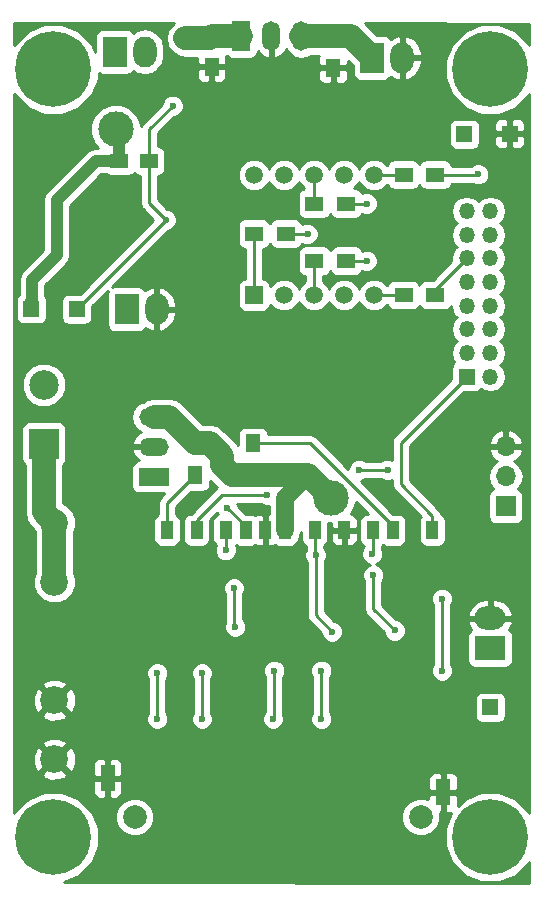
<source format=gbl>
G04 #@! TF.FileFunction,Copper,L2,Bot,Signal*
%FSLAX46Y46*%
G04 Gerber Fmt 4.6, Leading zero omitted, Abs format (unit mm)*
G04 Created by KiCad (PCBNEW 4.0.6) date Wednesday, October 04, 2017 'PMt' 10:34:30 PM*
%MOMM*%
%LPD*%
G01*
G04 APERTURE LIST*
%ADD10C,0.100000*%
%ADD11R,1.500000X2.500000*%
%ADD12O,1.500000X2.500000*%
%ADD13R,1.500000X1.500000*%
%ADD14C,1.500000*%
%ADD15R,1.200000X2.200000*%
%ADD16C,2.000000*%
%ADD17R,1.000000X1.500000*%
%ADD18R,2.500000X1.500000*%
%ADD19O,2.500000X1.500000*%
%ADD20R,1.350000X1.350000*%
%ADD21O,1.350000X1.350000*%
%ADD22C,6.400000*%
%ADD23R,1.250000X1.500000*%
%ADD24C,2.350000*%
%ADD25R,2.500000X2.500000*%
%ADD26C,2.500000*%
%ADD27R,1.700000X1.700000*%
%ADD28O,1.700000X1.700000*%
%ADD29R,1.500000X1.300000*%
%ADD30R,1.300000X1.500000*%
%ADD31R,2.600000X2.000000*%
%ADD32O,2.600000X2.000000*%
%ADD33R,2.000000X2.600000*%
%ADD34O,2.000000X2.600000*%
%ADD35R,1.500000X1.250000*%
%ADD36C,3.000000*%
%ADD37C,0.600000*%
%ADD38C,0.254000*%
%ADD39C,2.000000*%
%ADD40C,1.500000*%
%ADD41C,1.000000*%
G04 APERTURE END LIST*
D10*
D11*
X119900000Y-77200000D03*
D12*
X122440000Y-77200000D03*
X124980000Y-77200000D03*
D13*
X121000000Y-99100000D03*
D14*
X123540000Y-99100000D03*
X126080000Y-99100000D03*
X128620000Y-99100000D03*
X131160000Y-99100000D03*
X131160000Y-88940000D03*
X128620000Y-88940000D03*
X126080000Y-88940000D03*
X123540000Y-88940000D03*
X121000000Y-88940000D03*
D15*
X137000000Y-141200000D03*
D16*
X135100000Y-143300000D03*
D17*
X120275000Y-119000000D03*
X136100000Y-119000000D03*
X126125000Y-119000000D03*
X132750000Y-119000000D03*
X128625000Y-119000000D03*
X118625000Y-119000000D03*
X131050000Y-119000000D03*
X121925000Y-119000000D03*
X123625000Y-119000000D03*
X113625000Y-119000000D03*
X116125000Y-119000000D03*
D16*
X110900000Y-143300000D03*
D15*
X108600000Y-140000000D03*
D18*
X112500000Y-114500000D03*
D19*
X112500000Y-111960000D03*
X112500000Y-109420000D03*
D20*
X139000000Y-106000000D03*
D21*
X141000000Y-106000000D03*
X139000000Y-104000000D03*
X141000000Y-104000000D03*
X139000000Y-102000000D03*
X141000000Y-102000000D03*
X139000000Y-100000000D03*
X141000000Y-100000000D03*
X139000000Y-98000000D03*
X141000000Y-98000000D03*
X139000000Y-96000000D03*
X141000000Y-96000000D03*
X139000000Y-94000000D03*
X141000000Y-94000000D03*
X139000000Y-92000000D03*
X141000000Y-92000000D03*
D22*
X104000000Y-145000000D03*
X141000000Y-145000000D03*
X141000000Y-80000000D03*
D23*
X117400000Y-77250000D03*
X117400000Y-79750000D03*
X127700000Y-77350000D03*
X127700000Y-79850000D03*
D24*
X104100000Y-133400000D03*
X104100000Y-138400000D03*
X104100000Y-123400000D03*
X104100000Y-118400000D03*
D25*
X103200000Y-111700000D03*
D26*
X103200000Y-106700000D03*
D27*
X142300000Y-117000000D03*
D28*
X142300000Y-114460000D03*
X142300000Y-111920000D03*
D29*
X136350000Y-88900000D03*
X133650000Y-88900000D03*
X128800000Y-96200000D03*
X126100000Y-96200000D03*
X136350000Y-99100000D03*
X133650000Y-99100000D03*
X123700000Y-93900000D03*
X121000000Y-93900000D03*
X128800000Y-91350000D03*
X126100000Y-91350000D03*
D30*
X120900000Y-114350000D03*
X120900000Y-111650000D03*
X116000000Y-111650000D03*
X116000000Y-114350000D03*
D20*
X142625000Y-85450000D03*
X138800000Y-85475000D03*
X141000000Y-134000000D03*
X115175000Y-77375000D03*
X102150000Y-100250000D03*
D22*
X104000000Y-80000000D03*
D31*
X141000000Y-129000000D03*
D32*
X141000000Y-126460000D03*
D33*
X131000000Y-79000000D03*
D34*
X133540000Y-79000000D03*
D33*
X109200000Y-78500000D03*
D34*
X111740000Y-78500000D03*
D33*
X110200000Y-100300000D03*
D34*
X112740000Y-100300000D03*
D35*
X109600000Y-87750000D03*
X112100000Y-87750000D03*
D20*
X105975000Y-100300000D03*
D16*
X106425000Y-93275000D03*
D36*
X103450000Y-87550000D03*
X140500000Y-138800000D03*
X127500000Y-116300000D03*
X109275000Y-85075000D03*
D37*
X118700000Y-117100000D03*
X127600000Y-127600000D03*
X126200000Y-121100000D03*
X126700000Y-130900000D03*
X126700000Y-135000000D03*
X118600000Y-120700000D03*
X116600000Y-131100000D03*
X116600000Y-135000000D03*
X136900000Y-124800000D03*
X136900000Y-130900000D03*
X131000000Y-121000000D03*
X132300000Y-113900000D03*
X129900000Y-113900000D03*
X122100000Y-116000000D03*
X131100000Y-122800000D03*
X132900000Y-127500000D03*
X112800000Y-131100000D03*
X112800000Y-135000000D03*
X119300000Y-123900000D03*
X119400000Y-127200000D03*
X122700000Y-130900000D03*
X122600000Y-135000000D03*
X130525000Y-91350000D03*
X125525000Y-93925000D03*
X130525000Y-96200000D03*
X139975000Y-88875000D03*
X114100000Y-83075000D03*
X113525000Y-92725000D03*
D38*
X121000000Y-99100000D02*
X121000000Y-93900000D01*
X126080000Y-99100000D02*
X126080000Y-96220000D01*
X126080000Y-96220000D02*
X126100000Y-96200000D01*
X131160000Y-99100000D02*
X133650000Y-99100000D01*
X131160000Y-88940000D02*
X133610000Y-88940000D01*
X133610000Y-88940000D02*
X133650000Y-88900000D01*
X126080000Y-88940000D02*
X126080000Y-91330000D01*
X126080000Y-91330000D02*
X126100000Y-91350000D01*
D39*
X119900000Y-77200000D02*
X117450000Y-77200000D01*
X117450000Y-77200000D02*
X117275000Y-77375000D01*
X117275000Y-77375000D02*
X115175000Y-77375000D01*
D40*
X123625000Y-119000000D02*
X123625000Y-116275000D01*
X123625000Y-116275000D02*
X125550000Y-114350000D01*
D39*
X123450000Y-114350000D02*
X125550000Y-114350000D01*
X120900000Y-114350000D02*
X123450000Y-114350000D01*
X125550000Y-114350000D02*
X127500000Y-116300000D01*
X116000000Y-111650000D02*
X117250000Y-111650000D01*
X119150000Y-114350000D02*
X120900000Y-114350000D01*
X118300000Y-113500000D02*
X119150000Y-114350000D01*
X118300000Y-112700000D02*
X118300000Y-113500000D01*
X117250000Y-111650000D02*
X118300000Y-112700000D01*
X112500000Y-109420000D02*
X113770000Y-109420000D01*
X113770000Y-109420000D02*
X116000000Y-111650000D01*
X124980000Y-77200000D02*
X127550000Y-77200000D01*
X127550000Y-77200000D02*
X129200000Y-77200000D01*
X129200000Y-77200000D02*
X131000000Y-79000000D01*
D41*
X102150000Y-100250000D02*
X102150000Y-99625000D01*
X102150000Y-99625000D02*
X102200000Y-99575000D01*
X102200000Y-99575000D02*
X102200000Y-97800000D01*
X102200000Y-97800000D02*
X104275000Y-95725000D01*
X104275000Y-95725000D02*
X104275000Y-91075000D01*
X104275000Y-91075000D02*
X107600000Y-87750000D01*
X107600000Y-87750000D02*
X109600000Y-87750000D01*
X109600000Y-87750000D02*
X109600000Y-85400000D01*
X109600000Y-85400000D02*
X109275000Y-85075000D01*
D39*
X103200000Y-117500000D02*
X103200000Y-111700000D01*
X104100000Y-118400000D02*
X103200000Y-117500000D01*
X104100000Y-123400000D02*
X104100000Y-118400000D01*
D38*
X120275000Y-118675000D02*
X118700000Y-117100000D01*
X120275000Y-119000000D02*
X120275000Y-118675000D01*
X136100000Y-119000000D02*
X136100000Y-117800000D01*
X133400000Y-111600000D02*
X139000000Y-106000000D01*
X133400000Y-115100000D02*
X133400000Y-111600000D01*
X136100000Y-117800000D02*
X133400000Y-115100000D01*
X126200000Y-126200000D02*
X126200000Y-121100000D01*
X127600000Y-127600000D02*
X126200000Y-126200000D01*
X126125000Y-121025000D02*
X126125000Y-119000000D01*
X126200000Y-121100000D02*
X126125000Y-121025000D01*
X126700000Y-135000000D02*
X126700000Y-130900000D01*
X132750000Y-119000000D02*
X132750000Y-118650000D01*
X132750000Y-118650000D02*
X125750000Y-111650000D01*
X125750000Y-111650000D02*
X120900000Y-111650000D01*
X118625000Y-120675000D02*
X118625000Y-119000000D01*
X118600000Y-120700000D02*
X118625000Y-120675000D01*
X116600000Y-135000000D02*
X116600000Y-131100000D01*
X136900000Y-130900000D02*
X136900000Y-124800000D01*
X131050000Y-120950000D02*
X131050000Y-119000000D01*
X131000000Y-121000000D02*
X131050000Y-120950000D01*
X113625000Y-119000000D02*
X113625000Y-116725000D01*
X113625000Y-116725000D02*
X116000000Y-114350000D01*
X116125000Y-119000000D02*
X116125000Y-118175000D01*
X129900000Y-113900000D02*
X132300000Y-113900000D01*
X118300000Y-116000000D02*
X122100000Y-116000000D01*
X116125000Y-118175000D02*
X118300000Y-116000000D01*
X116125000Y-119000000D02*
X116125000Y-118675000D01*
X132900000Y-127500000D02*
X131100000Y-125700000D01*
X131100000Y-125700000D02*
X131100000Y-122800000D01*
X112800000Y-135000000D02*
X112800000Y-131100000D01*
X119300000Y-127100000D02*
X119300000Y-123900000D01*
X119400000Y-127200000D02*
X119300000Y-127100000D01*
X122700000Y-134900000D02*
X122700000Y-130900000D01*
X122600000Y-135000000D02*
X122700000Y-134900000D01*
X128800000Y-91350000D02*
X130525000Y-91350000D01*
X123700000Y-93900000D02*
X125500000Y-93900000D01*
X125500000Y-93900000D02*
X125525000Y-93925000D01*
X136350000Y-99100000D02*
X136350000Y-98650000D01*
X136350000Y-98650000D02*
X139000000Y-96000000D01*
X128800000Y-96200000D02*
X130525000Y-96200000D01*
X136350000Y-88900000D02*
X139950000Y-88900000D01*
X139950000Y-88900000D02*
X139975000Y-88875000D01*
X112100000Y-85075000D02*
X112100000Y-87750000D01*
X114100000Y-83075000D02*
X112100000Y-85075000D01*
X112100000Y-87750000D02*
X112100000Y-91300000D01*
X112100000Y-91300000D02*
X113525000Y-92725000D01*
X113525000Y-92725000D02*
X113525000Y-92750000D01*
X113525000Y-92750000D02*
X105975000Y-100300000D01*
G36*
X114259141Y-76058343D02*
X114018880Y-76218880D01*
X113664457Y-76749313D01*
X113540000Y-77375000D01*
X113664457Y-78000687D01*
X114018880Y-78531120D01*
X114549313Y-78885543D01*
X115175000Y-79010000D01*
X116140000Y-79010000D01*
X116140000Y-79464250D01*
X116298750Y-79623000D01*
X117273000Y-79623000D01*
X117273000Y-79603000D01*
X117527000Y-79603000D01*
X117527000Y-79623000D01*
X118501250Y-79623000D01*
X118660000Y-79464250D01*
X118660000Y-78873691D01*
X118645450Y-78838565D01*
X118685910Y-78901441D01*
X118898110Y-79046431D01*
X119150000Y-79097440D01*
X120650000Y-79097440D01*
X120885317Y-79053162D01*
X121101441Y-78914090D01*
X121246431Y-78701890D01*
X121296376Y-78455256D01*
X121550460Y-78769145D01*
X122027316Y-79028173D01*
X122098815Y-79042318D01*
X122313000Y-78919656D01*
X122313000Y-77327000D01*
X122293000Y-77327000D01*
X122293000Y-77073000D01*
X122313000Y-77073000D01*
X122313000Y-77053000D01*
X122567000Y-77053000D01*
X122567000Y-77073000D01*
X122587000Y-77073000D01*
X122587000Y-77327000D01*
X122567000Y-77327000D01*
X122567000Y-78919656D01*
X122781185Y-79042318D01*
X122852684Y-79028173D01*
X123329540Y-78769145D01*
X123670972Y-78347349D01*
X123698154Y-78255520D01*
X123700427Y-78266946D01*
X124000657Y-78716272D01*
X124449983Y-79016502D01*
X124980000Y-79121929D01*
X125510017Y-79016502D01*
X125781654Y-78835000D01*
X126497448Y-78835000D01*
X126440000Y-78973691D01*
X126440000Y-79564250D01*
X126598750Y-79723000D01*
X127573000Y-79723000D01*
X127573000Y-79703000D01*
X127827000Y-79703000D01*
X127827000Y-79723000D01*
X128801250Y-79723000D01*
X128960000Y-79564250D01*
X128960000Y-79272239D01*
X129352560Y-79664799D01*
X129352560Y-80300000D01*
X129396838Y-80535317D01*
X129535910Y-80751441D01*
X129748110Y-80896431D01*
X130000000Y-80947440D01*
X132000000Y-80947440D01*
X132235317Y-80903162D01*
X132451441Y-80764090D01*
X132565349Y-80597380D01*
X133031645Y-80859144D01*
X133159566Y-80890124D01*
X133413000Y-80770777D01*
X133413000Y-79127000D01*
X133667000Y-79127000D01*
X133667000Y-80770777D01*
X133920434Y-80890124D01*
X134048355Y-80859144D01*
X134606317Y-80545922D01*
X135001942Y-80043020D01*
X135175000Y-79427000D01*
X135175000Y-79127000D01*
X133667000Y-79127000D01*
X133413000Y-79127000D01*
X133393000Y-79127000D01*
X133393000Y-78873000D01*
X133413000Y-78873000D01*
X133413000Y-77229223D01*
X133667000Y-77229223D01*
X133667000Y-78873000D01*
X135175000Y-78873000D01*
X135175000Y-78573000D01*
X135001942Y-77956980D01*
X134606317Y-77454078D01*
X134048355Y-77140856D01*
X133920434Y-77109876D01*
X133667000Y-77229223D01*
X133413000Y-77229223D01*
X133159566Y-77109876D01*
X133031645Y-77140856D01*
X132563789Y-77403495D01*
X132464090Y-77248559D01*
X132251890Y-77103569D01*
X132000000Y-77052560D01*
X131364799Y-77052560D01*
X130407367Y-76095127D01*
X144273346Y-76126712D01*
X144278181Y-77891306D01*
X144253050Y-77830485D01*
X143175189Y-76750741D01*
X141766175Y-76165667D01*
X140240518Y-76164336D01*
X138830485Y-76746950D01*
X137750741Y-77824811D01*
X137165667Y-79233825D01*
X137164336Y-80759482D01*
X137746950Y-82169515D01*
X138824811Y-83249259D01*
X140233825Y-83834333D01*
X141759482Y-83835664D01*
X143169515Y-83253050D01*
X144249259Y-82175189D01*
X144289651Y-82077915D01*
X144290000Y-82205425D01*
X144290000Y-142919911D01*
X144253050Y-142830485D01*
X143175189Y-141750741D01*
X141766175Y-141165667D01*
X140240518Y-141164336D01*
X138830485Y-141746950D01*
X138235000Y-142341397D01*
X138235000Y-141485750D01*
X138076250Y-141327000D01*
X137127000Y-141327000D01*
X137127000Y-142776250D01*
X137285750Y-142935000D01*
X137704987Y-142935000D01*
X137165667Y-144233825D01*
X137164336Y-145759482D01*
X137746950Y-147169515D01*
X138824811Y-148249259D01*
X140233825Y-148834333D01*
X141759482Y-148835664D01*
X143169515Y-148253050D01*
X144249259Y-147175189D01*
X144290000Y-147077074D01*
X144290000Y-148872295D01*
X104887559Y-148782744D01*
X106169515Y-148253050D01*
X107249259Y-147175189D01*
X107834333Y-145766175D01*
X107835664Y-144240518D01*
X107580840Y-143623795D01*
X109264716Y-143623795D01*
X109513106Y-144224943D01*
X109972637Y-144685278D01*
X110573352Y-144934716D01*
X111223795Y-144935284D01*
X111824943Y-144686894D01*
X112285278Y-144227363D01*
X112534716Y-143626648D01*
X112534718Y-143623795D01*
X133464716Y-143623795D01*
X133713106Y-144224943D01*
X134172637Y-144685278D01*
X134773352Y-144934716D01*
X135423795Y-144935284D01*
X136024943Y-144686894D01*
X136485278Y-144227363D01*
X136734716Y-143626648D01*
X136735284Y-142976205D01*
X136717086Y-142932164D01*
X136873000Y-142776250D01*
X136873000Y-141327000D01*
X135923750Y-141327000D01*
X135765000Y-141485750D01*
X135765000Y-141805780D01*
X135426648Y-141665284D01*
X134776205Y-141664716D01*
X134175057Y-141913106D01*
X133714722Y-142372637D01*
X133465284Y-142973352D01*
X133464716Y-143623795D01*
X112534718Y-143623795D01*
X112535284Y-142976205D01*
X112286894Y-142375057D01*
X111827363Y-141914722D01*
X111226648Y-141665284D01*
X110576205Y-141664716D01*
X109975057Y-141913106D01*
X109514722Y-142372637D01*
X109265284Y-142973352D01*
X109264716Y-143623795D01*
X107580840Y-143623795D01*
X107253050Y-142830485D01*
X106175189Y-141750741D01*
X104766175Y-141165667D01*
X103240518Y-141164336D01*
X101830485Y-141746950D01*
X100750741Y-142824811D01*
X100710643Y-142921377D01*
X100710000Y-142686248D01*
X100710000Y-140285750D01*
X107365000Y-140285750D01*
X107365000Y-141226309D01*
X107461673Y-141459698D01*
X107640301Y-141638327D01*
X107873690Y-141735000D01*
X108314250Y-141735000D01*
X108473000Y-141576250D01*
X108473000Y-140127000D01*
X108727000Y-140127000D01*
X108727000Y-141576250D01*
X108885750Y-141735000D01*
X109326310Y-141735000D01*
X109559699Y-141638327D01*
X109738327Y-141459698D01*
X109835000Y-141226309D01*
X109835000Y-140285750D01*
X109676250Y-140127000D01*
X108727000Y-140127000D01*
X108473000Y-140127000D01*
X107523750Y-140127000D01*
X107365000Y-140285750D01*
X100710000Y-140285750D01*
X100710000Y-139679101D01*
X103000504Y-139679101D01*
X103120583Y-139964118D01*
X103793698Y-140219864D01*
X104513445Y-140198552D01*
X105056305Y-139973691D01*
X135765000Y-139973691D01*
X135765000Y-140914250D01*
X135923750Y-141073000D01*
X136873000Y-141073000D01*
X136873000Y-139623750D01*
X137127000Y-139623750D01*
X137127000Y-141073000D01*
X138076250Y-141073000D01*
X138235000Y-140914250D01*
X138235000Y-139973691D01*
X138138327Y-139740302D01*
X137959699Y-139561673D01*
X137726310Y-139465000D01*
X137285750Y-139465000D01*
X137127000Y-139623750D01*
X136873000Y-139623750D01*
X136714250Y-139465000D01*
X136273690Y-139465000D01*
X136040301Y-139561673D01*
X135861673Y-139740302D01*
X135765000Y-139973691D01*
X105056305Y-139973691D01*
X105079417Y-139964118D01*
X105199496Y-139679101D01*
X104100000Y-138579605D01*
X103000504Y-139679101D01*
X100710000Y-139679101D01*
X100710000Y-138093698D01*
X102280136Y-138093698D01*
X102301448Y-138813445D01*
X102535882Y-139379417D01*
X102820899Y-139499496D01*
X103920395Y-138400000D01*
X104279605Y-138400000D01*
X105379101Y-139499496D01*
X105664118Y-139379417D01*
X105894259Y-138773691D01*
X107365000Y-138773691D01*
X107365000Y-139714250D01*
X107523750Y-139873000D01*
X108473000Y-139873000D01*
X108473000Y-138423750D01*
X108727000Y-138423750D01*
X108727000Y-139873000D01*
X109676250Y-139873000D01*
X109835000Y-139714250D01*
X109835000Y-138773691D01*
X109738327Y-138540302D01*
X109559699Y-138361673D01*
X109326310Y-138265000D01*
X108885750Y-138265000D01*
X108727000Y-138423750D01*
X108473000Y-138423750D01*
X108314250Y-138265000D01*
X107873690Y-138265000D01*
X107640301Y-138361673D01*
X107461673Y-138540302D01*
X107365000Y-138773691D01*
X105894259Y-138773691D01*
X105919864Y-138706302D01*
X105898552Y-137986555D01*
X105664118Y-137420583D01*
X105379101Y-137300504D01*
X104279605Y-138400000D01*
X103920395Y-138400000D01*
X102820899Y-137300504D01*
X102535882Y-137420583D01*
X102280136Y-138093698D01*
X100710000Y-138093698D01*
X100710000Y-137120899D01*
X103000504Y-137120899D01*
X104100000Y-138220395D01*
X105199496Y-137120899D01*
X105079417Y-136835882D01*
X104406302Y-136580136D01*
X103686555Y-136601448D01*
X103120583Y-136835882D01*
X103000504Y-137120899D01*
X100710000Y-137120899D01*
X100710000Y-134679101D01*
X103000504Y-134679101D01*
X103120583Y-134964118D01*
X103793698Y-135219864D01*
X104513445Y-135198552D01*
X105079417Y-134964118D01*
X105199496Y-134679101D01*
X104100000Y-133579605D01*
X103000504Y-134679101D01*
X100710000Y-134679101D01*
X100710000Y-133093698D01*
X102280136Y-133093698D01*
X102301448Y-133813445D01*
X102535882Y-134379417D01*
X102820899Y-134499496D01*
X103920395Y-133400000D01*
X104279605Y-133400000D01*
X105379101Y-134499496D01*
X105664118Y-134379417D01*
X105919864Y-133706302D01*
X105898552Y-132986555D01*
X105664118Y-132420583D01*
X105379101Y-132300504D01*
X104279605Y-133400000D01*
X103920395Y-133400000D01*
X102820899Y-132300504D01*
X102535882Y-132420583D01*
X102280136Y-133093698D01*
X100710000Y-133093698D01*
X100710000Y-132120899D01*
X103000504Y-132120899D01*
X104100000Y-133220395D01*
X105199496Y-132120899D01*
X105079417Y-131835882D01*
X104406302Y-131580136D01*
X103686555Y-131601448D01*
X103120583Y-131835882D01*
X103000504Y-132120899D01*
X100710000Y-132120899D01*
X100710000Y-131285167D01*
X111864838Y-131285167D01*
X112006883Y-131628943D01*
X112038000Y-131660114D01*
X112038000Y-134439534D01*
X112007808Y-134469673D01*
X111865162Y-134813201D01*
X111864838Y-135185167D01*
X112006883Y-135528943D01*
X112269673Y-135792192D01*
X112613201Y-135934838D01*
X112985167Y-135935162D01*
X113328943Y-135793117D01*
X113592192Y-135530327D01*
X113734838Y-135186799D01*
X113735162Y-134814833D01*
X113593117Y-134471057D01*
X113562000Y-134439886D01*
X113562000Y-131660466D01*
X113592192Y-131630327D01*
X113734838Y-131286799D01*
X113734839Y-131285167D01*
X115664838Y-131285167D01*
X115806883Y-131628943D01*
X115838000Y-131660114D01*
X115838000Y-134439534D01*
X115807808Y-134469673D01*
X115665162Y-134813201D01*
X115664838Y-135185167D01*
X115806883Y-135528943D01*
X116069673Y-135792192D01*
X116413201Y-135934838D01*
X116785167Y-135935162D01*
X117128943Y-135793117D01*
X117392192Y-135530327D01*
X117534838Y-135186799D01*
X117534839Y-135185167D01*
X121664838Y-135185167D01*
X121806883Y-135528943D01*
X122069673Y-135792192D01*
X122413201Y-135934838D01*
X122785167Y-135935162D01*
X123128943Y-135793117D01*
X123392192Y-135530327D01*
X123534838Y-135186799D01*
X123535162Y-134814833D01*
X123462000Y-134637767D01*
X123462000Y-131460466D01*
X123492192Y-131430327D01*
X123634838Y-131086799D01*
X123634839Y-131085167D01*
X125764838Y-131085167D01*
X125906883Y-131428943D01*
X125938000Y-131460114D01*
X125938000Y-134439534D01*
X125907808Y-134469673D01*
X125765162Y-134813201D01*
X125764838Y-135185167D01*
X125906883Y-135528943D01*
X126169673Y-135792192D01*
X126513201Y-135934838D01*
X126885167Y-135935162D01*
X127228943Y-135793117D01*
X127492192Y-135530327D01*
X127634838Y-135186799D01*
X127635162Y-134814833D01*
X127493117Y-134471057D01*
X127462000Y-134439886D01*
X127462000Y-133325000D01*
X139677560Y-133325000D01*
X139677560Y-134675000D01*
X139721838Y-134910317D01*
X139860910Y-135126441D01*
X140073110Y-135271431D01*
X140325000Y-135322440D01*
X141675000Y-135322440D01*
X141910317Y-135278162D01*
X142126441Y-135139090D01*
X142271431Y-134926890D01*
X142322440Y-134675000D01*
X142322440Y-133325000D01*
X142278162Y-133089683D01*
X142139090Y-132873559D01*
X141926890Y-132728569D01*
X141675000Y-132677560D01*
X140325000Y-132677560D01*
X140089683Y-132721838D01*
X139873559Y-132860910D01*
X139728569Y-133073110D01*
X139677560Y-133325000D01*
X127462000Y-133325000D01*
X127462000Y-131460466D01*
X127492192Y-131430327D01*
X127634838Y-131086799D01*
X127635162Y-130714833D01*
X127493117Y-130371057D01*
X127230327Y-130107808D01*
X126886799Y-129965162D01*
X126514833Y-129964838D01*
X126171057Y-130106883D01*
X125907808Y-130369673D01*
X125765162Y-130713201D01*
X125764838Y-131085167D01*
X123634839Y-131085167D01*
X123635162Y-130714833D01*
X123493117Y-130371057D01*
X123230327Y-130107808D01*
X122886799Y-129965162D01*
X122514833Y-129964838D01*
X122171057Y-130106883D01*
X121907808Y-130369673D01*
X121765162Y-130713201D01*
X121764838Y-131085167D01*
X121906883Y-131428943D01*
X121938000Y-131460114D01*
X121938000Y-134339708D01*
X121807808Y-134469673D01*
X121665162Y-134813201D01*
X121664838Y-135185167D01*
X117534839Y-135185167D01*
X117535162Y-134814833D01*
X117393117Y-134471057D01*
X117362000Y-134439886D01*
X117362000Y-131660466D01*
X117392192Y-131630327D01*
X117534838Y-131286799D01*
X117535162Y-130914833D01*
X117393117Y-130571057D01*
X117130327Y-130307808D01*
X116786799Y-130165162D01*
X116414833Y-130164838D01*
X116071057Y-130306883D01*
X115807808Y-130569673D01*
X115665162Y-130913201D01*
X115664838Y-131285167D01*
X113734839Y-131285167D01*
X113735162Y-130914833D01*
X113593117Y-130571057D01*
X113330327Y-130307808D01*
X112986799Y-130165162D01*
X112614833Y-130164838D01*
X112271057Y-130306883D01*
X112007808Y-130569673D01*
X111865162Y-130913201D01*
X111864838Y-131285167D01*
X100710000Y-131285167D01*
X100710000Y-110450000D01*
X101302560Y-110450000D01*
X101302560Y-112950000D01*
X101346838Y-113185317D01*
X101485910Y-113401441D01*
X101565000Y-113455481D01*
X101565000Y-117499995D01*
X101564999Y-117500000D01*
X101689457Y-118125688D01*
X102043880Y-118656120D01*
X102390711Y-119002951D01*
X102465000Y-119182743D01*
X102465000Y-122617700D01*
X102290315Y-123038389D01*
X102289686Y-123758452D01*
X102564662Y-124423943D01*
X103073379Y-124933549D01*
X103738389Y-125209685D01*
X104458452Y-125210314D01*
X105123943Y-124935338D01*
X105633549Y-124426621D01*
X105775332Y-124085167D01*
X118364838Y-124085167D01*
X118506883Y-124428943D01*
X118538000Y-124460114D01*
X118538000Y-126837788D01*
X118465162Y-127013201D01*
X118464838Y-127385167D01*
X118606883Y-127728943D01*
X118869673Y-127992192D01*
X119213201Y-128134838D01*
X119585167Y-128135162D01*
X119928943Y-127993117D01*
X120192192Y-127730327D01*
X120334838Y-127386799D01*
X120335162Y-127014833D01*
X120193117Y-126671057D01*
X120062000Y-126539711D01*
X120062000Y-124460466D01*
X120092192Y-124430327D01*
X120234838Y-124086799D01*
X120235162Y-123714833D01*
X120093117Y-123371057D01*
X119830327Y-123107808D01*
X119486799Y-122965162D01*
X119114833Y-122964838D01*
X118771057Y-123106883D01*
X118507808Y-123369673D01*
X118365162Y-123713201D01*
X118364838Y-124085167D01*
X105775332Y-124085167D01*
X105909685Y-123761611D01*
X105910314Y-123041548D01*
X105735000Y-122617257D01*
X105735000Y-119182300D01*
X105909685Y-118761611D01*
X105910314Y-118041548D01*
X105635338Y-117376057D01*
X105126621Y-116866451D01*
X104835000Y-116745360D01*
X104835000Y-113456844D01*
X104901441Y-113414090D01*
X105046431Y-113201890D01*
X105097440Y-112950000D01*
X105097440Y-110450000D01*
X105053162Y-110214683D01*
X104914090Y-109998559D01*
X104701890Y-109853569D01*
X104450000Y-109802560D01*
X101950000Y-109802560D01*
X101714683Y-109846838D01*
X101498559Y-109985910D01*
X101353569Y-110198110D01*
X101302560Y-110450000D01*
X100710000Y-110450000D01*
X100710000Y-109420000D01*
X110578071Y-109420000D01*
X110683498Y-109950017D01*
X110983728Y-110399343D01*
X111433054Y-110699573D01*
X111444480Y-110701846D01*
X111352651Y-110729028D01*
X110930855Y-111070460D01*
X110671827Y-111547316D01*
X110657682Y-111618815D01*
X110780344Y-111833000D01*
X112373000Y-111833000D01*
X112373000Y-111813000D01*
X112627000Y-111813000D01*
X112627000Y-111833000D01*
X112647000Y-111833000D01*
X112647000Y-112087000D01*
X112627000Y-112087000D01*
X112627000Y-112107000D01*
X112373000Y-112107000D01*
X112373000Y-112087000D01*
X110780344Y-112087000D01*
X110657682Y-112301185D01*
X110671827Y-112372684D01*
X110930855Y-112849540D01*
X111244668Y-113103563D01*
X111014683Y-113146838D01*
X110798559Y-113285910D01*
X110653569Y-113498110D01*
X110602560Y-113750000D01*
X110602560Y-115250000D01*
X110646838Y-115485317D01*
X110785910Y-115701441D01*
X110998110Y-115846431D01*
X111250000Y-115897440D01*
X113374930Y-115897440D01*
X113086185Y-116186185D01*
X112921004Y-116433395D01*
X112863000Y-116725000D01*
X112863000Y-117664008D01*
X112673559Y-117785910D01*
X112528569Y-117998110D01*
X112477560Y-118250000D01*
X112477560Y-119750000D01*
X112521838Y-119985317D01*
X112660910Y-120201441D01*
X112873110Y-120346431D01*
X113125000Y-120397440D01*
X114125000Y-120397440D01*
X114360317Y-120353162D01*
X114576441Y-120214090D01*
X114721431Y-120001890D01*
X114772440Y-119750000D01*
X114772440Y-118250000D01*
X114728162Y-118014683D01*
X114589090Y-117798559D01*
X114387000Y-117660477D01*
X114387000Y-117040630D01*
X115680191Y-115747440D01*
X116650000Y-115747440D01*
X116885317Y-115703162D01*
X117101441Y-115564090D01*
X117246431Y-115351890D01*
X117297440Y-115100000D01*
X117297440Y-114809680D01*
X117873739Y-115385978D01*
X117761184Y-115461185D01*
X115618607Y-117603763D01*
X115389683Y-117646838D01*
X115173559Y-117785910D01*
X115028569Y-117998110D01*
X114977560Y-118250000D01*
X114977560Y-119750000D01*
X115021838Y-119985317D01*
X115160910Y-120201441D01*
X115373110Y-120346431D01*
X115625000Y-120397440D01*
X116625000Y-120397440D01*
X116860317Y-120353162D01*
X117076441Y-120214090D01*
X117221431Y-120001890D01*
X117272440Y-119750000D01*
X117272440Y-118250000D01*
X117249507Y-118128123D01*
X117860630Y-117517001D01*
X117906883Y-117628943D01*
X117919202Y-117641284D01*
X117889683Y-117646838D01*
X117673559Y-117785910D01*
X117528569Y-117998110D01*
X117477560Y-118250000D01*
X117477560Y-119750000D01*
X117521838Y-119985317D01*
X117660910Y-120201441D01*
X117765066Y-120272607D01*
X117665162Y-120513201D01*
X117664838Y-120885167D01*
X117806883Y-121228943D01*
X118069673Y-121492192D01*
X118413201Y-121634838D01*
X118785167Y-121635162D01*
X119128943Y-121493117D01*
X119392192Y-121230327D01*
X119534838Y-120886799D01*
X119535162Y-120514833D01*
X119445668Y-120298240D01*
X119449228Y-120295949D01*
X119523110Y-120346431D01*
X119775000Y-120397440D01*
X120775000Y-120397440D01*
X121010317Y-120353162D01*
X121093148Y-120299862D01*
X121298690Y-120385000D01*
X121639250Y-120385000D01*
X121798000Y-120226250D01*
X121798000Y-119127000D01*
X121778000Y-119127000D01*
X121778000Y-118873000D01*
X121798000Y-118873000D01*
X121798000Y-117773750D01*
X121639250Y-117615000D01*
X121298690Y-117615000D01*
X121094330Y-117699649D01*
X121026890Y-117653569D01*
X120775000Y-117602560D01*
X120280191Y-117602560D01*
X119635125Y-116957495D01*
X119635162Y-116914833D01*
X119572013Y-116762000D01*
X121539534Y-116762000D01*
X121569673Y-116792192D01*
X121913201Y-116934838D01*
X122240000Y-116935123D01*
X122240000Y-117615000D01*
X122210750Y-117615000D01*
X122052000Y-117773750D01*
X122052000Y-118873000D01*
X122072000Y-118873000D01*
X122072000Y-119127000D01*
X122052000Y-119127000D01*
X122052000Y-120226250D01*
X122210750Y-120385000D01*
X122551310Y-120385000D01*
X122784699Y-120288327D01*
X122786068Y-120286958D01*
X122873110Y-120346431D01*
X123125000Y-120397440D01*
X124125000Y-120397440D01*
X124360317Y-120353162D01*
X124576441Y-120214090D01*
X124721431Y-120001890D01*
X124772440Y-119750000D01*
X124772440Y-119727768D01*
X124904573Y-119530017D01*
X124977560Y-119163087D01*
X124977560Y-119750000D01*
X125021838Y-119985317D01*
X125160910Y-120201441D01*
X125363000Y-120339523D01*
X125363000Y-120677582D01*
X125265162Y-120913201D01*
X125264838Y-121285167D01*
X125406883Y-121628943D01*
X125438000Y-121660114D01*
X125438000Y-126200000D01*
X125496004Y-126491605D01*
X125639849Y-126706883D01*
X125661185Y-126738815D01*
X126664875Y-127742505D01*
X126664838Y-127785167D01*
X126806883Y-128128943D01*
X127069673Y-128392192D01*
X127413201Y-128534838D01*
X127785167Y-128535162D01*
X128128943Y-128393117D01*
X128392192Y-128130327D01*
X128534838Y-127786799D01*
X128535162Y-127414833D01*
X128393117Y-127071057D01*
X128130327Y-126807808D01*
X127786799Y-126665162D01*
X127742754Y-126665124D01*
X126962000Y-125884370D01*
X126962000Y-121660466D01*
X126992192Y-121630327D01*
X127134838Y-121286799D01*
X127135162Y-120914833D01*
X126993117Y-120571057D01*
X126887000Y-120464755D01*
X126887000Y-120335992D01*
X127076441Y-120214090D01*
X127221431Y-120001890D01*
X127272440Y-119750000D01*
X127272440Y-119285750D01*
X127490000Y-119285750D01*
X127490000Y-119876309D01*
X127586673Y-120109698D01*
X127765301Y-120288327D01*
X127998690Y-120385000D01*
X128339250Y-120385000D01*
X128498000Y-120226250D01*
X128498000Y-119127000D01*
X128752000Y-119127000D01*
X128752000Y-120226250D01*
X128910750Y-120385000D01*
X129251310Y-120385000D01*
X129484699Y-120288327D01*
X129663327Y-120109698D01*
X129760000Y-119876309D01*
X129760000Y-119285750D01*
X129601250Y-119127000D01*
X128752000Y-119127000D01*
X128498000Y-119127000D01*
X127648750Y-119127000D01*
X127490000Y-119285750D01*
X127272440Y-119285750D01*
X127272440Y-118434802D01*
X127490000Y-118434992D01*
X127490000Y-118714250D01*
X127648750Y-118873000D01*
X128498000Y-118873000D01*
X128498000Y-118853000D01*
X128752000Y-118853000D01*
X128752000Y-118873000D01*
X129601250Y-118873000D01*
X129760000Y-118714250D01*
X129760000Y-118123691D01*
X129663327Y-117890302D01*
X129484699Y-117711673D01*
X129251310Y-117615000D01*
X129204686Y-117615000D01*
X129308909Y-117510959D01*
X129634628Y-116726541D01*
X129634728Y-116612358D01*
X130624930Y-117602560D01*
X130550000Y-117602560D01*
X130314683Y-117646838D01*
X130098559Y-117785910D01*
X129953569Y-117998110D01*
X129902560Y-118250000D01*
X129902560Y-119750000D01*
X129946838Y-119985317D01*
X130085910Y-120201441D01*
X130288000Y-120339523D01*
X130288000Y-120389621D01*
X130207808Y-120469673D01*
X130065162Y-120813201D01*
X130064838Y-121185167D01*
X130206883Y-121528943D01*
X130469673Y-121792192D01*
X130779394Y-121920800D01*
X130571057Y-122006883D01*
X130307808Y-122269673D01*
X130165162Y-122613201D01*
X130164838Y-122985167D01*
X130306883Y-123328943D01*
X130338000Y-123360114D01*
X130338000Y-125700000D01*
X130396004Y-125991605D01*
X130454778Y-126079566D01*
X130561185Y-126238815D01*
X131964875Y-127642506D01*
X131964838Y-127685167D01*
X132106883Y-128028943D01*
X132369673Y-128292192D01*
X132713201Y-128434838D01*
X133085167Y-128435162D01*
X133428943Y-128293117D01*
X133692192Y-128030327D01*
X133834838Y-127686799D01*
X133835162Y-127314833D01*
X133693117Y-126971057D01*
X133430327Y-126707808D01*
X133086799Y-126565162D01*
X133042754Y-126565124D01*
X131862000Y-125384370D01*
X131862000Y-124985167D01*
X135964838Y-124985167D01*
X136106883Y-125328943D01*
X136138000Y-125360114D01*
X136138000Y-130339534D01*
X136107808Y-130369673D01*
X135965162Y-130713201D01*
X135964838Y-131085167D01*
X136106883Y-131428943D01*
X136369673Y-131692192D01*
X136713201Y-131834838D01*
X137085167Y-131835162D01*
X137428943Y-131693117D01*
X137692192Y-131430327D01*
X137834838Y-131086799D01*
X137835162Y-130714833D01*
X137693117Y-130371057D01*
X137662000Y-130339886D01*
X137662000Y-128000000D01*
X139052560Y-128000000D01*
X139052560Y-130000000D01*
X139096838Y-130235317D01*
X139235910Y-130451441D01*
X139448110Y-130596431D01*
X139700000Y-130647440D01*
X142300000Y-130647440D01*
X142535317Y-130603162D01*
X142751441Y-130464090D01*
X142896431Y-130251890D01*
X142947440Y-130000000D01*
X142947440Y-128000000D01*
X142903162Y-127764683D01*
X142764090Y-127548559D01*
X142597380Y-127434651D01*
X142859144Y-126968355D01*
X142890124Y-126840434D01*
X142770777Y-126587000D01*
X141127000Y-126587000D01*
X141127000Y-126607000D01*
X140873000Y-126607000D01*
X140873000Y-126587000D01*
X139229223Y-126587000D01*
X139109876Y-126840434D01*
X139140856Y-126968355D01*
X139403495Y-127436211D01*
X139248559Y-127535910D01*
X139103569Y-127748110D01*
X139052560Y-128000000D01*
X137662000Y-128000000D01*
X137662000Y-126079566D01*
X139109876Y-126079566D01*
X139229223Y-126333000D01*
X140873000Y-126333000D01*
X140873000Y-124825000D01*
X141127000Y-124825000D01*
X141127000Y-126333000D01*
X142770777Y-126333000D01*
X142890124Y-126079566D01*
X142859144Y-125951645D01*
X142545922Y-125393683D01*
X142043020Y-124998058D01*
X141427000Y-124825000D01*
X141127000Y-124825000D01*
X140873000Y-124825000D01*
X140573000Y-124825000D01*
X139956980Y-124998058D01*
X139454078Y-125393683D01*
X139140856Y-125951645D01*
X139109876Y-126079566D01*
X137662000Y-126079566D01*
X137662000Y-125360466D01*
X137692192Y-125330327D01*
X137834838Y-124986799D01*
X137835162Y-124614833D01*
X137693117Y-124271057D01*
X137430327Y-124007808D01*
X137086799Y-123865162D01*
X136714833Y-123864838D01*
X136371057Y-124006883D01*
X136107808Y-124269673D01*
X135965162Y-124613201D01*
X135964838Y-124985167D01*
X131862000Y-124985167D01*
X131862000Y-123360466D01*
X131892192Y-123330327D01*
X132034838Y-122986799D01*
X132035162Y-122614833D01*
X131893117Y-122271057D01*
X131630327Y-122007808D01*
X131320606Y-121879200D01*
X131528943Y-121793117D01*
X131792192Y-121530327D01*
X131934838Y-121186799D01*
X131935162Y-120814833D01*
X131812000Y-120516757D01*
X131812000Y-120335992D01*
X131899978Y-120279380D01*
X131998110Y-120346431D01*
X132250000Y-120397440D01*
X133250000Y-120397440D01*
X133485317Y-120353162D01*
X133701441Y-120214090D01*
X133846431Y-120001890D01*
X133897440Y-119750000D01*
X133897440Y-118250000D01*
X133853162Y-118014683D01*
X133714090Y-117798559D01*
X133501890Y-117653569D01*
X133250000Y-117602560D01*
X132780190Y-117602560D01*
X130012729Y-114835099D01*
X130085167Y-114835162D01*
X130428943Y-114693117D01*
X130460114Y-114662000D01*
X131739534Y-114662000D01*
X131769673Y-114692192D01*
X132113201Y-114834838D01*
X132485167Y-114835162D01*
X132638000Y-114772013D01*
X132638000Y-115100000D01*
X132696004Y-115391605D01*
X132804225Y-115553569D01*
X132861185Y-115638815D01*
X135091617Y-117869248D01*
X135003569Y-117998110D01*
X134952560Y-118250000D01*
X134952560Y-119750000D01*
X134996838Y-119985317D01*
X135135910Y-120201441D01*
X135348110Y-120346431D01*
X135600000Y-120397440D01*
X136600000Y-120397440D01*
X136835317Y-120353162D01*
X137051441Y-120214090D01*
X137196431Y-120001890D01*
X137247440Y-119750000D01*
X137247440Y-118250000D01*
X137203162Y-118014683D01*
X137064090Y-117798559D01*
X136851890Y-117653569D01*
X136832075Y-117649556D01*
X136803996Y-117508395D01*
X136737834Y-117409377D01*
X136638816Y-117261185D01*
X134162000Y-114784370D01*
X134162000Y-114460000D01*
X140785907Y-114460000D01*
X140898946Y-115028285D01*
X141220853Y-115510054D01*
X141262452Y-115537850D01*
X141214683Y-115546838D01*
X140998559Y-115685910D01*
X140853569Y-115898110D01*
X140802560Y-116150000D01*
X140802560Y-117850000D01*
X140846838Y-118085317D01*
X140985910Y-118301441D01*
X141198110Y-118446431D01*
X141450000Y-118497440D01*
X143150000Y-118497440D01*
X143385317Y-118453162D01*
X143601441Y-118314090D01*
X143746431Y-118101890D01*
X143797440Y-117850000D01*
X143797440Y-116150000D01*
X143753162Y-115914683D01*
X143614090Y-115698559D01*
X143401890Y-115553569D01*
X143334459Y-115539914D01*
X143379147Y-115510054D01*
X143701054Y-115028285D01*
X143814093Y-114460000D01*
X143701054Y-113891715D01*
X143379147Y-113409946D01*
X143038447Y-113182298D01*
X143181358Y-113115183D01*
X143571645Y-112686924D01*
X143741476Y-112276890D01*
X143620155Y-112047000D01*
X142427000Y-112047000D01*
X142427000Y-112067000D01*
X142173000Y-112067000D01*
X142173000Y-112047000D01*
X140979845Y-112047000D01*
X140858524Y-112276890D01*
X141028355Y-112686924D01*
X141418642Y-113115183D01*
X141561553Y-113182298D01*
X141220853Y-113409946D01*
X140898946Y-113891715D01*
X140785907Y-114460000D01*
X134162000Y-114460000D01*
X134162000Y-111915630D01*
X134514520Y-111563110D01*
X140858524Y-111563110D01*
X140979845Y-111793000D01*
X142173000Y-111793000D01*
X142173000Y-110599181D01*
X142427000Y-110599181D01*
X142427000Y-111793000D01*
X143620155Y-111793000D01*
X143741476Y-111563110D01*
X143571645Y-111153076D01*
X143181358Y-110724817D01*
X142656892Y-110478514D01*
X142427000Y-110599181D01*
X142173000Y-110599181D01*
X141943108Y-110478514D01*
X141418642Y-110724817D01*
X141028355Y-111153076D01*
X140858524Y-111563110D01*
X134514520Y-111563110D01*
X138755190Y-107322440D01*
X139675000Y-107322440D01*
X139910317Y-107278162D01*
X140126441Y-107139090D01*
X140201678Y-107028977D01*
X140473021Y-107210282D01*
X140974336Y-107310000D01*
X141025664Y-107310000D01*
X141526979Y-107210282D01*
X141951974Y-106926310D01*
X142235946Y-106501315D01*
X142335664Y-106000000D01*
X142235946Y-105498685D01*
X141951974Y-105073690D01*
X141841689Y-105000000D01*
X141951974Y-104926310D01*
X142235946Y-104501315D01*
X142335664Y-104000000D01*
X142235946Y-103498685D01*
X141951974Y-103073690D01*
X141841689Y-103000000D01*
X141951974Y-102926310D01*
X142235946Y-102501315D01*
X142335664Y-102000000D01*
X142235946Y-101498685D01*
X141951974Y-101073690D01*
X141841689Y-101000000D01*
X141951974Y-100926310D01*
X142235946Y-100501315D01*
X142335664Y-100000000D01*
X142235946Y-99498685D01*
X141951974Y-99073690D01*
X141841689Y-99000000D01*
X141951974Y-98926310D01*
X142235946Y-98501315D01*
X142335664Y-98000000D01*
X142235946Y-97498685D01*
X141951974Y-97073690D01*
X141841689Y-97000000D01*
X141951974Y-96926310D01*
X142235946Y-96501315D01*
X142335664Y-96000000D01*
X142235946Y-95498685D01*
X141951974Y-95073690D01*
X141841689Y-95000000D01*
X141951974Y-94926310D01*
X142235946Y-94501315D01*
X142335664Y-94000000D01*
X142235946Y-93498685D01*
X141951974Y-93073690D01*
X141841689Y-93000000D01*
X141951974Y-92926310D01*
X142235946Y-92501315D01*
X142335664Y-92000000D01*
X142235946Y-91498685D01*
X141951974Y-91073690D01*
X141526979Y-90789718D01*
X141025664Y-90690000D01*
X140974336Y-90690000D01*
X140473021Y-90789718D01*
X140048026Y-91073690D01*
X140000000Y-91145566D01*
X139951974Y-91073690D01*
X139526979Y-90789718D01*
X139025664Y-90690000D01*
X138974336Y-90690000D01*
X138473021Y-90789718D01*
X138048026Y-91073690D01*
X137764054Y-91498685D01*
X137664336Y-92000000D01*
X137764054Y-92501315D01*
X138048026Y-92926310D01*
X138158311Y-93000000D01*
X138048026Y-93073690D01*
X137764054Y-93498685D01*
X137664336Y-94000000D01*
X137764054Y-94501315D01*
X138048026Y-94926310D01*
X138158311Y-95000000D01*
X138048026Y-95073690D01*
X137764054Y-95498685D01*
X137664336Y-96000000D01*
X137707147Y-96215223D01*
X136119810Y-97802560D01*
X135600000Y-97802560D01*
X135364683Y-97846838D01*
X135148559Y-97985910D01*
X135003569Y-98198110D01*
X135000919Y-98211197D01*
X134864090Y-97998559D01*
X134651890Y-97853569D01*
X134400000Y-97802560D01*
X132900000Y-97802560D01*
X132664683Y-97846838D01*
X132448559Y-97985910D01*
X132303569Y-98198110D01*
X132288912Y-98270486D01*
X131945564Y-97926539D01*
X131436702Y-97715241D01*
X130885715Y-97714760D01*
X130376485Y-97925169D01*
X129986539Y-98314436D01*
X129890024Y-98546870D01*
X129794831Y-98316485D01*
X129405564Y-97926539D01*
X128896702Y-97715241D01*
X128345715Y-97714760D01*
X127836485Y-97925169D01*
X127446539Y-98314436D01*
X127350024Y-98546870D01*
X127254831Y-98316485D01*
X126865564Y-97926539D01*
X126842000Y-97916754D01*
X126842000Y-97497440D01*
X126850000Y-97497440D01*
X127085317Y-97453162D01*
X127301441Y-97314090D01*
X127446431Y-97101890D01*
X127449081Y-97088803D01*
X127585910Y-97301441D01*
X127798110Y-97446431D01*
X128050000Y-97497440D01*
X129550000Y-97497440D01*
X129785317Y-97453162D01*
X130001441Y-97314090D01*
X130146431Y-97101890D01*
X130155151Y-97058829D01*
X130338201Y-97134838D01*
X130710167Y-97135162D01*
X131053943Y-96993117D01*
X131317192Y-96730327D01*
X131459838Y-96386799D01*
X131460162Y-96014833D01*
X131318117Y-95671057D01*
X131055327Y-95407808D01*
X130711799Y-95265162D01*
X130339833Y-95264838D01*
X130157926Y-95340000D01*
X130153162Y-95314683D01*
X130014090Y-95098559D01*
X129801890Y-94953569D01*
X129550000Y-94902560D01*
X128050000Y-94902560D01*
X127814683Y-94946838D01*
X127598559Y-95085910D01*
X127453569Y-95298110D01*
X127450919Y-95311197D01*
X127314090Y-95098559D01*
X127101890Y-94953569D01*
X126850000Y-94902560D01*
X125350000Y-94902560D01*
X125114683Y-94946838D01*
X124898559Y-95085910D01*
X124753569Y-95298110D01*
X124702560Y-95550000D01*
X124702560Y-96850000D01*
X124746838Y-97085317D01*
X124885910Y-97301441D01*
X125098110Y-97446431D01*
X125318000Y-97490960D01*
X125318000Y-97916279D01*
X125296485Y-97925169D01*
X124906539Y-98314436D01*
X124810024Y-98546870D01*
X124714831Y-98316485D01*
X124325564Y-97926539D01*
X123816702Y-97715241D01*
X123265715Y-97714760D01*
X122756485Y-97925169D01*
X122386920Y-98294091D01*
X122353162Y-98114683D01*
X122214090Y-97898559D01*
X122001890Y-97753569D01*
X121762000Y-97704990D01*
X121762000Y-95195182D01*
X121985317Y-95153162D01*
X122201441Y-95014090D01*
X122346431Y-94801890D01*
X122349081Y-94788803D01*
X122485910Y-95001441D01*
X122698110Y-95146431D01*
X122950000Y-95197440D01*
X124450000Y-95197440D01*
X124685317Y-95153162D01*
X124901441Y-95014090D01*
X125046431Y-94801890D01*
X125058238Y-94743587D01*
X125338201Y-94859838D01*
X125710167Y-94860162D01*
X126053943Y-94718117D01*
X126317192Y-94455327D01*
X126459838Y-94111799D01*
X126460162Y-93739833D01*
X126318117Y-93396057D01*
X126055327Y-93132808D01*
X125711799Y-92990162D01*
X125339833Y-92989838D01*
X125069504Y-93101535D01*
X125053162Y-93014683D01*
X124914090Y-92798559D01*
X124701890Y-92653569D01*
X124450000Y-92602560D01*
X122950000Y-92602560D01*
X122714683Y-92646838D01*
X122498559Y-92785910D01*
X122353569Y-92998110D01*
X122350919Y-93011197D01*
X122214090Y-92798559D01*
X122001890Y-92653569D01*
X121750000Y-92602560D01*
X120250000Y-92602560D01*
X120014683Y-92646838D01*
X119798559Y-92785910D01*
X119653569Y-92998110D01*
X119602560Y-93250000D01*
X119602560Y-94550000D01*
X119646838Y-94785317D01*
X119785910Y-95001441D01*
X119998110Y-95146431D01*
X120238000Y-95195010D01*
X120238000Y-97704818D01*
X120014683Y-97746838D01*
X119798559Y-97885910D01*
X119653569Y-98098110D01*
X119602560Y-98350000D01*
X119602560Y-99850000D01*
X119646838Y-100085317D01*
X119785910Y-100301441D01*
X119998110Y-100446431D01*
X120250000Y-100497440D01*
X121750000Y-100497440D01*
X121985317Y-100453162D01*
X122201441Y-100314090D01*
X122346431Y-100101890D01*
X122386355Y-99904738D01*
X122754436Y-100273461D01*
X123263298Y-100484759D01*
X123814285Y-100485240D01*
X124323515Y-100274831D01*
X124713461Y-99885564D01*
X124809976Y-99653130D01*
X124905169Y-99883515D01*
X125294436Y-100273461D01*
X125803298Y-100484759D01*
X126354285Y-100485240D01*
X126863515Y-100274831D01*
X127253461Y-99885564D01*
X127349976Y-99653130D01*
X127445169Y-99883515D01*
X127834436Y-100273461D01*
X128343298Y-100484759D01*
X128894285Y-100485240D01*
X129403515Y-100274831D01*
X129793461Y-99885564D01*
X129889976Y-99653130D01*
X129985169Y-99883515D01*
X130374436Y-100273461D01*
X130883298Y-100484759D01*
X131434285Y-100485240D01*
X131943515Y-100274831D01*
X132286828Y-99932116D01*
X132296838Y-99985317D01*
X132435910Y-100201441D01*
X132648110Y-100346431D01*
X132900000Y-100397440D01*
X134400000Y-100397440D01*
X134635317Y-100353162D01*
X134851441Y-100214090D01*
X134996431Y-100001890D01*
X134999081Y-99988803D01*
X135135910Y-100201441D01*
X135348110Y-100346431D01*
X135600000Y-100397440D01*
X137100000Y-100397440D01*
X137335317Y-100353162D01*
X137551441Y-100214090D01*
X137671864Y-100037845D01*
X137764054Y-100501315D01*
X138048026Y-100926310D01*
X138158311Y-101000000D01*
X138048026Y-101073690D01*
X137764054Y-101498685D01*
X137664336Y-102000000D01*
X137764054Y-102501315D01*
X138048026Y-102926310D01*
X138158311Y-103000000D01*
X138048026Y-103073690D01*
X137764054Y-103498685D01*
X137664336Y-104000000D01*
X137764054Y-104501315D01*
X137965008Y-104802064D01*
X137873559Y-104860910D01*
X137728569Y-105073110D01*
X137677560Y-105325000D01*
X137677560Y-106244810D01*
X132861185Y-111061185D01*
X132696004Y-111308395D01*
X132638000Y-111600000D01*
X132638000Y-113027946D01*
X132486799Y-112965162D01*
X132114833Y-112964838D01*
X131771057Y-113106883D01*
X131739886Y-113138000D01*
X130460466Y-113138000D01*
X130430327Y-113107808D01*
X130086799Y-112965162D01*
X129714833Y-112964838D01*
X129371057Y-113106883D01*
X129107808Y-113369673D01*
X128965162Y-113713201D01*
X128965097Y-113787467D01*
X126288815Y-111111185D01*
X126158802Y-111024313D01*
X126041605Y-110946004D01*
X125750000Y-110888000D01*
X122195182Y-110888000D01*
X122153162Y-110664683D01*
X122014090Y-110448559D01*
X121801890Y-110303569D01*
X121550000Y-110252560D01*
X120250000Y-110252560D01*
X120014683Y-110296838D01*
X119798559Y-110435910D01*
X119653569Y-110648110D01*
X119602560Y-110900000D01*
X119602560Y-111763044D01*
X119456120Y-111543880D01*
X119456117Y-111543878D01*
X118406120Y-110493880D01*
X117875688Y-110139457D01*
X117250000Y-110014999D01*
X117249995Y-110015000D01*
X116677239Y-110015000D01*
X114926120Y-108263880D01*
X114395688Y-107909457D01*
X113770000Y-107784999D01*
X113769995Y-107785000D01*
X112500000Y-107785000D01*
X111874313Y-107909457D01*
X111569159Y-108113354D01*
X111433054Y-108140427D01*
X110983728Y-108440657D01*
X110683498Y-108889983D01*
X110578071Y-109420000D01*
X100710000Y-109420000D01*
X100710000Y-107073305D01*
X101314674Y-107073305D01*
X101601043Y-107766372D01*
X102130839Y-108297093D01*
X102823405Y-108584672D01*
X103573305Y-108585326D01*
X104266372Y-108298957D01*
X104797093Y-107769161D01*
X105084672Y-107076595D01*
X105085326Y-106326695D01*
X104798957Y-105633628D01*
X104269161Y-105102907D01*
X103576595Y-104815328D01*
X102826695Y-104814674D01*
X102133628Y-105101043D01*
X101602907Y-105630839D01*
X101315328Y-106323405D01*
X101314674Y-107073305D01*
X100710000Y-107073305D01*
X100710000Y-99575000D01*
X100827560Y-99575000D01*
X100827560Y-100925000D01*
X100871838Y-101160317D01*
X101010910Y-101376441D01*
X101223110Y-101521431D01*
X101475000Y-101572440D01*
X102825000Y-101572440D01*
X103060317Y-101528162D01*
X103276441Y-101389090D01*
X103421431Y-101176890D01*
X103472440Y-100925000D01*
X103472440Y-99575000D01*
X103428162Y-99339683D01*
X103335000Y-99194905D01*
X103335000Y-98270132D01*
X105077566Y-96527566D01*
X105101594Y-96491605D01*
X105323603Y-96159346D01*
X105410000Y-95725000D01*
X105410000Y-91545132D01*
X108070132Y-88885000D01*
X108471614Y-88885000D01*
X108598110Y-88971431D01*
X108850000Y-89022440D01*
X110350000Y-89022440D01*
X110585317Y-88978162D01*
X110801441Y-88839090D01*
X110849134Y-88769289D01*
X110885910Y-88826441D01*
X111098110Y-88971431D01*
X111338000Y-89020010D01*
X111338000Y-91300000D01*
X111396004Y-91591605D01*
X111528460Y-91789838D01*
X111561185Y-91838815D01*
X112459869Y-92737500D01*
X106219810Y-98977560D01*
X105300000Y-98977560D01*
X105064683Y-99021838D01*
X104848559Y-99160910D01*
X104703569Y-99373110D01*
X104652560Y-99625000D01*
X104652560Y-100975000D01*
X104696838Y-101210317D01*
X104835910Y-101426441D01*
X105048110Y-101571431D01*
X105300000Y-101622440D01*
X106650000Y-101622440D01*
X106885317Y-101578162D01*
X107101441Y-101439090D01*
X107246431Y-101226890D01*
X107297440Y-100975000D01*
X107297440Y-100055190D01*
X108603327Y-98749303D01*
X108552560Y-99000000D01*
X108552560Y-101600000D01*
X108596838Y-101835317D01*
X108735910Y-102051441D01*
X108948110Y-102196431D01*
X109200000Y-102247440D01*
X111200000Y-102247440D01*
X111435317Y-102203162D01*
X111651441Y-102064090D01*
X111765349Y-101897380D01*
X112231645Y-102159144D01*
X112359566Y-102190124D01*
X112613000Y-102070777D01*
X112613000Y-100427000D01*
X112867000Y-100427000D01*
X112867000Y-102070777D01*
X113120434Y-102190124D01*
X113248355Y-102159144D01*
X113806317Y-101845922D01*
X114201942Y-101343020D01*
X114375000Y-100727000D01*
X114375000Y-100427000D01*
X112867000Y-100427000D01*
X112613000Y-100427000D01*
X112593000Y-100427000D01*
X112593000Y-100173000D01*
X112613000Y-100173000D01*
X112613000Y-98529223D01*
X112867000Y-98529223D01*
X112867000Y-100173000D01*
X114375000Y-100173000D01*
X114375000Y-99873000D01*
X114201942Y-99256980D01*
X113806317Y-98754078D01*
X113248355Y-98440856D01*
X113120434Y-98409876D01*
X112867000Y-98529223D01*
X112613000Y-98529223D01*
X112359566Y-98409876D01*
X112231645Y-98440856D01*
X111763789Y-98703495D01*
X111664090Y-98548559D01*
X111451890Y-98403569D01*
X111200000Y-98352560D01*
X109200000Y-98352560D01*
X108964683Y-98396838D01*
X108939745Y-98412885D01*
X113692484Y-93660147D01*
X113710167Y-93660162D01*
X114053943Y-93518117D01*
X114317192Y-93255327D01*
X114459838Y-92911799D01*
X114460162Y-92539833D01*
X114318117Y-92196057D01*
X114055327Y-91932808D01*
X113711799Y-91790162D01*
X113667754Y-91790124D01*
X112862000Y-90984370D01*
X112862000Y-89214285D01*
X119614760Y-89214285D01*
X119825169Y-89723515D01*
X120214436Y-90113461D01*
X120723298Y-90324759D01*
X121274285Y-90325240D01*
X121783515Y-90114831D01*
X122173461Y-89725564D01*
X122269976Y-89493130D01*
X122365169Y-89723515D01*
X122754436Y-90113461D01*
X123263298Y-90324759D01*
X123814285Y-90325240D01*
X124323515Y-90114831D01*
X124713461Y-89725564D01*
X124809976Y-89493130D01*
X124905169Y-89723515D01*
X125252041Y-90070992D01*
X125114683Y-90096838D01*
X124898559Y-90235910D01*
X124753569Y-90448110D01*
X124702560Y-90700000D01*
X124702560Y-92000000D01*
X124746838Y-92235317D01*
X124885910Y-92451441D01*
X125098110Y-92596431D01*
X125350000Y-92647440D01*
X126850000Y-92647440D01*
X127085317Y-92603162D01*
X127301441Y-92464090D01*
X127446431Y-92251890D01*
X127449081Y-92238803D01*
X127585910Y-92451441D01*
X127798110Y-92596431D01*
X128050000Y-92647440D01*
X129550000Y-92647440D01*
X129785317Y-92603162D01*
X130001441Y-92464090D01*
X130146431Y-92251890D01*
X130155151Y-92208829D01*
X130338201Y-92284838D01*
X130710167Y-92285162D01*
X131053943Y-92143117D01*
X131317192Y-91880327D01*
X131459838Y-91536799D01*
X131460162Y-91164833D01*
X131318117Y-90821057D01*
X131055327Y-90557808D01*
X130711799Y-90415162D01*
X130339833Y-90414838D01*
X130157926Y-90490000D01*
X130153162Y-90464683D01*
X130014090Y-90248559D01*
X129801890Y-90103569D01*
X129550000Y-90052560D01*
X129465895Y-90052560D01*
X129793461Y-89725564D01*
X129889976Y-89493130D01*
X129985169Y-89723515D01*
X130374436Y-90113461D01*
X130883298Y-90324759D01*
X131434285Y-90325240D01*
X131943515Y-90114831D01*
X132293164Y-89765791D01*
X132296838Y-89785317D01*
X132435910Y-90001441D01*
X132648110Y-90146431D01*
X132900000Y-90197440D01*
X134400000Y-90197440D01*
X134635317Y-90153162D01*
X134851441Y-90014090D01*
X134996431Y-89801890D01*
X134999081Y-89788803D01*
X135135910Y-90001441D01*
X135348110Y-90146431D01*
X135600000Y-90197440D01*
X137100000Y-90197440D01*
X137335317Y-90153162D01*
X137551441Y-90014090D01*
X137696431Y-89801890D01*
X137724759Y-89662000D01*
X139439490Y-89662000D01*
X139444673Y-89667192D01*
X139788201Y-89809838D01*
X140160167Y-89810162D01*
X140503943Y-89668117D01*
X140767192Y-89405327D01*
X140909838Y-89061799D01*
X140910162Y-88689833D01*
X140768117Y-88346057D01*
X140505327Y-88082808D01*
X140161799Y-87940162D01*
X139789833Y-87939838D01*
X139446057Y-88081883D01*
X139389842Y-88138000D01*
X137726366Y-88138000D01*
X137703162Y-88014683D01*
X137564090Y-87798559D01*
X137351890Y-87653569D01*
X137100000Y-87602560D01*
X135600000Y-87602560D01*
X135364683Y-87646838D01*
X135148559Y-87785910D01*
X135003569Y-87998110D01*
X135000919Y-88011197D01*
X134864090Y-87798559D01*
X134651890Y-87653569D01*
X134400000Y-87602560D01*
X132900000Y-87602560D01*
X132664683Y-87646838D01*
X132448559Y-87785910D01*
X132303569Y-87998110D01*
X132282178Y-88103740D01*
X131945564Y-87766539D01*
X131436702Y-87555241D01*
X130885715Y-87554760D01*
X130376485Y-87765169D01*
X129986539Y-88154436D01*
X129890024Y-88386870D01*
X129794831Y-88156485D01*
X129405564Y-87766539D01*
X128896702Y-87555241D01*
X128345715Y-87554760D01*
X127836485Y-87765169D01*
X127446539Y-88154436D01*
X127350024Y-88386870D01*
X127254831Y-88156485D01*
X126865564Y-87766539D01*
X126356702Y-87555241D01*
X125805715Y-87554760D01*
X125296485Y-87765169D01*
X124906539Y-88154436D01*
X124810024Y-88386870D01*
X124714831Y-88156485D01*
X124325564Y-87766539D01*
X123816702Y-87555241D01*
X123265715Y-87554760D01*
X122756485Y-87765169D01*
X122366539Y-88154436D01*
X122270024Y-88386870D01*
X122174831Y-88156485D01*
X121785564Y-87766539D01*
X121276702Y-87555241D01*
X120725715Y-87554760D01*
X120216485Y-87765169D01*
X119826539Y-88154436D01*
X119615241Y-88663298D01*
X119614760Y-89214285D01*
X112862000Y-89214285D01*
X112862000Y-89020182D01*
X113085317Y-88978162D01*
X113301441Y-88839090D01*
X113446431Y-88626890D01*
X113497440Y-88375000D01*
X113497440Y-87125000D01*
X113453162Y-86889683D01*
X113314090Y-86673559D01*
X113101890Y-86528569D01*
X112862000Y-86479990D01*
X112862000Y-85390630D01*
X113452630Y-84800000D01*
X137477560Y-84800000D01*
X137477560Y-86150000D01*
X137521838Y-86385317D01*
X137660910Y-86601441D01*
X137873110Y-86746431D01*
X138125000Y-86797440D01*
X139475000Y-86797440D01*
X139710317Y-86753162D01*
X139926441Y-86614090D01*
X140071431Y-86401890D01*
X140122440Y-86150000D01*
X140122440Y-85735750D01*
X141315000Y-85735750D01*
X141315000Y-86251310D01*
X141411673Y-86484699D01*
X141590302Y-86663327D01*
X141823691Y-86760000D01*
X142339250Y-86760000D01*
X142498000Y-86601250D01*
X142498000Y-85577000D01*
X142752000Y-85577000D01*
X142752000Y-86601250D01*
X142910750Y-86760000D01*
X143426309Y-86760000D01*
X143659698Y-86663327D01*
X143838327Y-86484699D01*
X143935000Y-86251310D01*
X143935000Y-85735750D01*
X143776250Y-85577000D01*
X142752000Y-85577000D01*
X142498000Y-85577000D01*
X141473750Y-85577000D01*
X141315000Y-85735750D01*
X140122440Y-85735750D01*
X140122440Y-84800000D01*
X140093970Y-84648690D01*
X141315000Y-84648690D01*
X141315000Y-85164250D01*
X141473750Y-85323000D01*
X142498000Y-85323000D01*
X142498000Y-84298750D01*
X142752000Y-84298750D01*
X142752000Y-85323000D01*
X143776250Y-85323000D01*
X143935000Y-85164250D01*
X143935000Y-84648690D01*
X143838327Y-84415301D01*
X143659698Y-84236673D01*
X143426309Y-84140000D01*
X142910750Y-84140000D01*
X142752000Y-84298750D01*
X142498000Y-84298750D01*
X142339250Y-84140000D01*
X141823691Y-84140000D01*
X141590302Y-84236673D01*
X141411673Y-84415301D01*
X141315000Y-84648690D01*
X140093970Y-84648690D01*
X140078162Y-84564683D01*
X139939090Y-84348559D01*
X139726890Y-84203569D01*
X139475000Y-84152560D01*
X138125000Y-84152560D01*
X137889683Y-84196838D01*
X137673559Y-84335910D01*
X137528569Y-84548110D01*
X137477560Y-84800000D01*
X113452630Y-84800000D01*
X114242505Y-84010125D01*
X114285167Y-84010162D01*
X114628943Y-83868117D01*
X114892192Y-83605327D01*
X115034838Y-83261799D01*
X115035162Y-82889833D01*
X114893117Y-82546057D01*
X114630327Y-82282808D01*
X114286799Y-82140162D01*
X113914833Y-82139838D01*
X113571057Y-82281883D01*
X113307808Y-82544673D01*
X113165162Y-82888201D01*
X113165124Y-82932246D01*
X111561185Y-84536185D01*
X111410274Y-84762038D01*
X111410370Y-84652185D01*
X111086020Y-83867200D01*
X110485959Y-83266091D01*
X109701541Y-82940372D01*
X108852185Y-82939630D01*
X108067200Y-83263980D01*
X107466091Y-83864041D01*
X107140372Y-84648459D01*
X107139630Y-85497815D01*
X107463980Y-86282800D01*
X107795601Y-86615000D01*
X107600000Y-86615000D01*
X107165654Y-86701397D01*
X106797434Y-86947434D01*
X103472434Y-90272434D01*
X103226397Y-90640654D01*
X103140000Y-91075000D01*
X103140000Y-95254868D01*
X101397434Y-96997434D01*
X101151397Y-97365654D01*
X101065000Y-97800000D01*
X101065000Y-99084243D01*
X101023559Y-99110910D01*
X100878569Y-99323110D01*
X100827560Y-99575000D01*
X100710000Y-99575000D01*
X100710000Y-82080089D01*
X100746950Y-82169515D01*
X101824811Y-83249259D01*
X103233825Y-83834333D01*
X104759482Y-83835664D01*
X106169515Y-83253050D01*
X107249259Y-82175189D01*
X107834333Y-80766175D01*
X107834723Y-80318957D01*
X107948110Y-80396431D01*
X108200000Y-80447440D01*
X110200000Y-80447440D01*
X110435317Y-80403162D01*
X110651441Y-80264090D01*
X110756951Y-80109671D01*
X111114313Y-80348452D01*
X111740000Y-80472909D01*
X112365687Y-80348452D01*
X112833679Y-80035750D01*
X116140000Y-80035750D01*
X116140000Y-80626309D01*
X116236673Y-80859698D01*
X116415301Y-81038327D01*
X116648690Y-81135000D01*
X117114250Y-81135000D01*
X117273000Y-80976250D01*
X117273000Y-79877000D01*
X117527000Y-79877000D01*
X117527000Y-80976250D01*
X117685750Y-81135000D01*
X118151310Y-81135000D01*
X118384699Y-81038327D01*
X118563327Y-80859698D01*
X118660000Y-80626309D01*
X118660000Y-80135750D01*
X126440000Y-80135750D01*
X126440000Y-80726309D01*
X126536673Y-80959698D01*
X126715301Y-81138327D01*
X126948690Y-81235000D01*
X127414250Y-81235000D01*
X127573000Y-81076250D01*
X127573000Y-79977000D01*
X127827000Y-79977000D01*
X127827000Y-81076250D01*
X127985750Y-81235000D01*
X128451310Y-81235000D01*
X128684699Y-81138327D01*
X128863327Y-80959698D01*
X128960000Y-80726309D01*
X128960000Y-80135750D01*
X128801250Y-79977000D01*
X127827000Y-79977000D01*
X127573000Y-79977000D01*
X126598750Y-79977000D01*
X126440000Y-80135750D01*
X118660000Y-80135750D01*
X118660000Y-80035750D01*
X118501250Y-79877000D01*
X117527000Y-79877000D01*
X117273000Y-79877000D01*
X116298750Y-79877000D01*
X116140000Y-80035750D01*
X112833679Y-80035750D01*
X112896120Y-79994029D01*
X113250543Y-79463596D01*
X113375000Y-78837909D01*
X113375000Y-78162091D01*
X113250543Y-77536404D01*
X112896120Y-77005971D01*
X112365687Y-76651548D01*
X111740000Y-76527091D01*
X111114313Y-76651548D01*
X110755808Y-76891093D01*
X110664090Y-76748559D01*
X110451890Y-76603569D01*
X110200000Y-76552560D01*
X108200000Y-76552560D01*
X107964683Y-76596838D01*
X107748559Y-76735910D01*
X107603569Y-76948110D01*
X107552560Y-77200000D01*
X107552560Y-78555354D01*
X107253050Y-77830485D01*
X106175189Y-76750741D01*
X104766175Y-76165667D01*
X103240518Y-76164336D01*
X101830485Y-76746950D01*
X100750741Y-77824811D01*
X100710000Y-77922926D01*
X100710000Y-76027479D01*
X114259141Y-76058343D01*
X114259141Y-76058343D01*
G37*
X114259141Y-76058343D02*
X114018880Y-76218880D01*
X113664457Y-76749313D01*
X113540000Y-77375000D01*
X113664457Y-78000687D01*
X114018880Y-78531120D01*
X114549313Y-78885543D01*
X115175000Y-79010000D01*
X116140000Y-79010000D01*
X116140000Y-79464250D01*
X116298750Y-79623000D01*
X117273000Y-79623000D01*
X117273000Y-79603000D01*
X117527000Y-79603000D01*
X117527000Y-79623000D01*
X118501250Y-79623000D01*
X118660000Y-79464250D01*
X118660000Y-78873691D01*
X118645450Y-78838565D01*
X118685910Y-78901441D01*
X118898110Y-79046431D01*
X119150000Y-79097440D01*
X120650000Y-79097440D01*
X120885317Y-79053162D01*
X121101441Y-78914090D01*
X121246431Y-78701890D01*
X121296376Y-78455256D01*
X121550460Y-78769145D01*
X122027316Y-79028173D01*
X122098815Y-79042318D01*
X122313000Y-78919656D01*
X122313000Y-77327000D01*
X122293000Y-77327000D01*
X122293000Y-77073000D01*
X122313000Y-77073000D01*
X122313000Y-77053000D01*
X122567000Y-77053000D01*
X122567000Y-77073000D01*
X122587000Y-77073000D01*
X122587000Y-77327000D01*
X122567000Y-77327000D01*
X122567000Y-78919656D01*
X122781185Y-79042318D01*
X122852684Y-79028173D01*
X123329540Y-78769145D01*
X123670972Y-78347349D01*
X123698154Y-78255520D01*
X123700427Y-78266946D01*
X124000657Y-78716272D01*
X124449983Y-79016502D01*
X124980000Y-79121929D01*
X125510017Y-79016502D01*
X125781654Y-78835000D01*
X126497448Y-78835000D01*
X126440000Y-78973691D01*
X126440000Y-79564250D01*
X126598750Y-79723000D01*
X127573000Y-79723000D01*
X127573000Y-79703000D01*
X127827000Y-79703000D01*
X127827000Y-79723000D01*
X128801250Y-79723000D01*
X128960000Y-79564250D01*
X128960000Y-79272239D01*
X129352560Y-79664799D01*
X129352560Y-80300000D01*
X129396838Y-80535317D01*
X129535910Y-80751441D01*
X129748110Y-80896431D01*
X130000000Y-80947440D01*
X132000000Y-80947440D01*
X132235317Y-80903162D01*
X132451441Y-80764090D01*
X132565349Y-80597380D01*
X133031645Y-80859144D01*
X133159566Y-80890124D01*
X133413000Y-80770777D01*
X133413000Y-79127000D01*
X133667000Y-79127000D01*
X133667000Y-80770777D01*
X133920434Y-80890124D01*
X134048355Y-80859144D01*
X134606317Y-80545922D01*
X135001942Y-80043020D01*
X135175000Y-79427000D01*
X135175000Y-79127000D01*
X133667000Y-79127000D01*
X133413000Y-79127000D01*
X133393000Y-79127000D01*
X133393000Y-78873000D01*
X133413000Y-78873000D01*
X133413000Y-77229223D01*
X133667000Y-77229223D01*
X133667000Y-78873000D01*
X135175000Y-78873000D01*
X135175000Y-78573000D01*
X135001942Y-77956980D01*
X134606317Y-77454078D01*
X134048355Y-77140856D01*
X133920434Y-77109876D01*
X133667000Y-77229223D01*
X133413000Y-77229223D01*
X133159566Y-77109876D01*
X133031645Y-77140856D01*
X132563789Y-77403495D01*
X132464090Y-77248559D01*
X132251890Y-77103569D01*
X132000000Y-77052560D01*
X131364799Y-77052560D01*
X130407367Y-76095127D01*
X144273346Y-76126712D01*
X144278181Y-77891306D01*
X144253050Y-77830485D01*
X143175189Y-76750741D01*
X141766175Y-76165667D01*
X140240518Y-76164336D01*
X138830485Y-76746950D01*
X137750741Y-77824811D01*
X137165667Y-79233825D01*
X137164336Y-80759482D01*
X137746950Y-82169515D01*
X138824811Y-83249259D01*
X140233825Y-83834333D01*
X141759482Y-83835664D01*
X143169515Y-83253050D01*
X144249259Y-82175189D01*
X144289651Y-82077915D01*
X144290000Y-82205425D01*
X144290000Y-142919911D01*
X144253050Y-142830485D01*
X143175189Y-141750741D01*
X141766175Y-141165667D01*
X140240518Y-141164336D01*
X138830485Y-141746950D01*
X138235000Y-142341397D01*
X138235000Y-141485750D01*
X138076250Y-141327000D01*
X137127000Y-141327000D01*
X137127000Y-142776250D01*
X137285750Y-142935000D01*
X137704987Y-142935000D01*
X137165667Y-144233825D01*
X137164336Y-145759482D01*
X137746950Y-147169515D01*
X138824811Y-148249259D01*
X140233825Y-148834333D01*
X141759482Y-148835664D01*
X143169515Y-148253050D01*
X144249259Y-147175189D01*
X144290000Y-147077074D01*
X144290000Y-148872295D01*
X104887559Y-148782744D01*
X106169515Y-148253050D01*
X107249259Y-147175189D01*
X107834333Y-145766175D01*
X107835664Y-144240518D01*
X107580840Y-143623795D01*
X109264716Y-143623795D01*
X109513106Y-144224943D01*
X109972637Y-144685278D01*
X110573352Y-144934716D01*
X111223795Y-144935284D01*
X111824943Y-144686894D01*
X112285278Y-144227363D01*
X112534716Y-143626648D01*
X112534718Y-143623795D01*
X133464716Y-143623795D01*
X133713106Y-144224943D01*
X134172637Y-144685278D01*
X134773352Y-144934716D01*
X135423795Y-144935284D01*
X136024943Y-144686894D01*
X136485278Y-144227363D01*
X136734716Y-143626648D01*
X136735284Y-142976205D01*
X136717086Y-142932164D01*
X136873000Y-142776250D01*
X136873000Y-141327000D01*
X135923750Y-141327000D01*
X135765000Y-141485750D01*
X135765000Y-141805780D01*
X135426648Y-141665284D01*
X134776205Y-141664716D01*
X134175057Y-141913106D01*
X133714722Y-142372637D01*
X133465284Y-142973352D01*
X133464716Y-143623795D01*
X112534718Y-143623795D01*
X112535284Y-142976205D01*
X112286894Y-142375057D01*
X111827363Y-141914722D01*
X111226648Y-141665284D01*
X110576205Y-141664716D01*
X109975057Y-141913106D01*
X109514722Y-142372637D01*
X109265284Y-142973352D01*
X109264716Y-143623795D01*
X107580840Y-143623795D01*
X107253050Y-142830485D01*
X106175189Y-141750741D01*
X104766175Y-141165667D01*
X103240518Y-141164336D01*
X101830485Y-141746950D01*
X100750741Y-142824811D01*
X100710643Y-142921377D01*
X100710000Y-142686248D01*
X100710000Y-140285750D01*
X107365000Y-140285750D01*
X107365000Y-141226309D01*
X107461673Y-141459698D01*
X107640301Y-141638327D01*
X107873690Y-141735000D01*
X108314250Y-141735000D01*
X108473000Y-141576250D01*
X108473000Y-140127000D01*
X108727000Y-140127000D01*
X108727000Y-141576250D01*
X108885750Y-141735000D01*
X109326310Y-141735000D01*
X109559699Y-141638327D01*
X109738327Y-141459698D01*
X109835000Y-141226309D01*
X109835000Y-140285750D01*
X109676250Y-140127000D01*
X108727000Y-140127000D01*
X108473000Y-140127000D01*
X107523750Y-140127000D01*
X107365000Y-140285750D01*
X100710000Y-140285750D01*
X100710000Y-139679101D01*
X103000504Y-139679101D01*
X103120583Y-139964118D01*
X103793698Y-140219864D01*
X104513445Y-140198552D01*
X105056305Y-139973691D01*
X135765000Y-139973691D01*
X135765000Y-140914250D01*
X135923750Y-141073000D01*
X136873000Y-141073000D01*
X136873000Y-139623750D01*
X137127000Y-139623750D01*
X137127000Y-141073000D01*
X138076250Y-141073000D01*
X138235000Y-140914250D01*
X138235000Y-139973691D01*
X138138327Y-139740302D01*
X137959699Y-139561673D01*
X137726310Y-139465000D01*
X137285750Y-139465000D01*
X137127000Y-139623750D01*
X136873000Y-139623750D01*
X136714250Y-139465000D01*
X136273690Y-139465000D01*
X136040301Y-139561673D01*
X135861673Y-139740302D01*
X135765000Y-139973691D01*
X105056305Y-139973691D01*
X105079417Y-139964118D01*
X105199496Y-139679101D01*
X104100000Y-138579605D01*
X103000504Y-139679101D01*
X100710000Y-139679101D01*
X100710000Y-138093698D01*
X102280136Y-138093698D01*
X102301448Y-138813445D01*
X102535882Y-139379417D01*
X102820899Y-139499496D01*
X103920395Y-138400000D01*
X104279605Y-138400000D01*
X105379101Y-139499496D01*
X105664118Y-139379417D01*
X105894259Y-138773691D01*
X107365000Y-138773691D01*
X107365000Y-139714250D01*
X107523750Y-139873000D01*
X108473000Y-139873000D01*
X108473000Y-138423750D01*
X108727000Y-138423750D01*
X108727000Y-139873000D01*
X109676250Y-139873000D01*
X109835000Y-139714250D01*
X109835000Y-138773691D01*
X109738327Y-138540302D01*
X109559699Y-138361673D01*
X109326310Y-138265000D01*
X108885750Y-138265000D01*
X108727000Y-138423750D01*
X108473000Y-138423750D01*
X108314250Y-138265000D01*
X107873690Y-138265000D01*
X107640301Y-138361673D01*
X107461673Y-138540302D01*
X107365000Y-138773691D01*
X105894259Y-138773691D01*
X105919864Y-138706302D01*
X105898552Y-137986555D01*
X105664118Y-137420583D01*
X105379101Y-137300504D01*
X104279605Y-138400000D01*
X103920395Y-138400000D01*
X102820899Y-137300504D01*
X102535882Y-137420583D01*
X102280136Y-138093698D01*
X100710000Y-138093698D01*
X100710000Y-137120899D01*
X103000504Y-137120899D01*
X104100000Y-138220395D01*
X105199496Y-137120899D01*
X105079417Y-136835882D01*
X104406302Y-136580136D01*
X103686555Y-136601448D01*
X103120583Y-136835882D01*
X103000504Y-137120899D01*
X100710000Y-137120899D01*
X100710000Y-134679101D01*
X103000504Y-134679101D01*
X103120583Y-134964118D01*
X103793698Y-135219864D01*
X104513445Y-135198552D01*
X105079417Y-134964118D01*
X105199496Y-134679101D01*
X104100000Y-133579605D01*
X103000504Y-134679101D01*
X100710000Y-134679101D01*
X100710000Y-133093698D01*
X102280136Y-133093698D01*
X102301448Y-133813445D01*
X102535882Y-134379417D01*
X102820899Y-134499496D01*
X103920395Y-133400000D01*
X104279605Y-133400000D01*
X105379101Y-134499496D01*
X105664118Y-134379417D01*
X105919864Y-133706302D01*
X105898552Y-132986555D01*
X105664118Y-132420583D01*
X105379101Y-132300504D01*
X104279605Y-133400000D01*
X103920395Y-133400000D01*
X102820899Y-132300504D01*
X102535882Y-132420583D01*
X102280136Y-133093698D01*
X100710000Y-133093698D01*
X100710000Y-132120899D01*
X103000504Y-132120899D01*
X104100000Y-133220395D01*
X105199496Y-132120899D01*
X105079417Y-131835882D01*
X104406302Y-131580136D01*
X103686555Y-131601448D01*
X103120583Y-131835882D01*
X103000504Y-132120899D01*
X100710000Y-132120899D01*
X100710000Y-131285167D01*
X111864838Y-131285167D01*
X112006883Y-131628943D01*
X112038000Y-131660114D01*
X112038000Y-134439534D01*
X112007808Y-134469673D01*
X111865162Y-134813201D01*
X111864838Y-135185167D01*
X112006883Y-135528943D01*
X112269673Y-135792192D01*
X112613201Y-135934838D01*
X112985167Y-135935162D01*
X113328943Y-135793117D01*
X113592192Y-135530327D01*
X113734838Y-135186799D01*
X113735162Y-134814833D01*
X113593117Y-134471057D01*
X113562000Y-134439886D01*
X113562000Y-131660466D01*
X113592192Y-131630327D01*
X113734838Y-131286799D01*
X113734839Y-131285167D01*
X115664838Y-131285167D01*
X115806883Y-131628943D01*
X115838000Y-131660114D01*
X115838000Y-134439534D01*
X115807808Y-134469673D01*
X115665162Y-134813201D01*
X115664838Y-135185167D01*
X115806883Y-135528943D01*
X116069673Y-135792192D01*
X116413201Y-135934838D01*
X116785167Y-135935162D01*
X117128943Y-135793117D01*
X117392192Y-135530327D01*
X117534838Y-135186799D01*
X117534839Y-135185167D01*
X121664838Y-135185167D01*
X121806883Y-135528943D01*
X122069673Y-135792192D01*
X122413201Y-135934838D01*
X122785167Y-135935162D01*
X123128943Y-135793117D01*
X123392192Y-135530327D01*
X123534838Y-135186799D01*
X123535162Y-134814833D01*
X123462000Y-134637767D01*
X123462000Y-131460466D01*
X123492192Y-131430327D01*
X123634838Y-131086799D01*
X123634839Y-131085167D01*
X125764838Y-131085167D01*
X125906883Y-131428943D01*
X125938000Y-131460114D01*
X125938000Y-134439534D01*
X125907808Y-134469673D01*
X125765162Y-134813201D01*
X125764838Y-135185167D01*
X125906883Y-135528943D01*
X126169673Y-135792192D01*
X126513201Y-135934838D01*
X126885167Y-135935162D01*
X127228943Y-135793117D01*
X127492192Y-135530327D01*
X127634838Y-135186799D01*
X127635162Y-134814833D01*
X127493117Y-134471057D01*
X127462000Y-134439886D01*
X127462000Y-133325000D01*
X139677560Y-133325000D01*
X139677560Y-134675000D01*
X139721838Y-134910317D01*
X139860910Y-135126441D01*
X140073110Y-135271431D01*
X140325000Y-135322440D01*
X141675000Y-135322440D01*
X141910317Y-135278162D01*
X142126441Y-135139090D01*
X142271431Y-134926890D01*
X142322440Y-134675000D01*
X142322440Y-133325000D01*
X142278162Y-133089683D01*
X142139090Y-132873559D01*
X141926890Y-132728569D01*
X141675000Y-132677560D01*
X140325000Y-132677560D01*
X140089683Y-132721838D01*
X139873559Y-132860910D01*
X139728569Y-133073110D01*
X139677560Y-133325000D01*
X127462000Y-133325000D01*
X127462000Y-131460466D01*
X127492192Y-131430327D01*
X127634838Y-131086799D01*
X127635162Y-130714833D01*
X127493117Y-130371057D01*
X127230327Y-130107808D01*
X126886799Y-129965162D01*
X126514833Y-129964838D01*
X126171057Y-130106883D01*
X125907808Y-130369673D01*
X125765162Y-130713201D01*
X125764838Y-131085167D01*
X123634839Y-131085167D01*
X123635162Y-130714833D01*
X123493117Y-130371057D01*
X123230327Y-130107808D01*
X122886799Y-129965162D01*
X122514833Y-129964838D01*
X122171057Y-130106883D01*
X121907808Y-130369673D01*
X121765162Y-130713201D01*
X121764838Y-131085167D01*
X121906883Y-131428943D01*
X121938000Y-131460114D01*
X121938000Y-134339708D01*
X121807808Y-134469673D01*
X121665162Y-134813201D01*
X121664838Y-135185167D01*
X117534839Y-135185167D01*
X117535162Y-134814833D01*
X117393117Y-134471057D01*
X117362000Y-134439886D01*
X117362000Y-131660466D01*
X117392192Y-131630327D01*
X117534838Y-131286799D01*
X117535162Y-130914833D01*
X117393117Y-130571057D01*
X117130327Y-130307808D01*
X116786799Y-130165162D01*
X116414833Y-130164838D01*
X116071057Y-130306883D01*
X115807808Y-130569673D01*
X115665162Y-130913201D01*
X115664838Y-131285167D01*
X113734839Y-131285167D01*
X113735162Y-130914833D01*
X113593117Y-130571057D01*
X113330327Y-130307808D01*
X112986799Y-130165162D01*
X112614833Y-130164838D01*
X112271057Y-130306883D01*
X112007808Y-130569673D01*
X111865162Y-130913201D01*
X111864838Y-131285167D01*
X100710000Y-131285167D01*
X100710000Y-110450000D01*
X101302560Y-110450000D01*
X101302560Y-112950000D01*
X101346838Y-113185317D01*
X101485910Y-113401441D01*
X101565000Y-113455481D01*
X101565000Y-117499995D01*
X101564999Y-117500000D01*
X101689457Y-118125688D01*
X102043880Y-118656120D01*
X102390711Y-119002951D01*
X102465000Y-119182743D01*
X102465000Y-122617700D01*
X102290315Y-123038389D01*
X102289686Y-123758452D01*
X102564662Y-124423943D01*
X103073379Y-124933549D01*
X103738389Y-125209685D01*
X104458452Y-125210314D01*
X105123943Y-124935338D01*
X105633549Y-124426621D01*
X105775332Y-124085167D01*
X118364838Y-124085167D01*
X118506883Y-124428943D01*
X118538000Y-124460114D01*
X118538000Y-126837788D01*
X118465162Y-127013201D01*
X118464838Y-127385167D01*
X118606883Y-127728943D01*
X118869673Y-127992192D01*
X119213201Y-128134838D01*
X119585167Y-128135162D01*
X119928943Y-127993117D01*
X120192192Y-127730327D01*
X120334838Y-127386799D01*
X120335162Y-127014833D01*
X120193117Y-126671057D01*
X120062000Y-126539711D01*
X120062000Y-124460466D01*
X120092192Y-124430327D01*
X120234838Y-124086799D01*
X120235162Y-123714833D01*
X120093117Y-123371057D01*
X119830327Y-123107808D01*
X119486799Y-122965162D01*
X119114833Y-122964838D01*
X118771057Y-123106883D01*
X118507808Y-123369673D01*
X118365162Y-123713201D01*
X118364838Y-124085167D01*
X105775332Y-124085167D01*
X105909685Y-123761611D01*
X105910314Y-123041548D01*
X105735000Y-122617257D01*
X105735000Y-119182300D01*
X105909685Y-118761611D01*
X105910314Y-118041548D01*
X105635338Y-117376057D01*
X105126621Y-116866451D01*
X104835000Y-116745360D01*
X104835000Y-113456844D01*
X104901441Y-113414090D01*
X105046431Y-113201890D01*
X105097440Y-112950000D01*
X105097440Y-110450000D01*
X105053162Y-110214683D01*
X104914090Y-109998559D01*
X104701890Y-109853569D01*
X104450000Y-109802560D01*
X101950000Y-109802560D01*
X101714683Y-109846838D01*
X101498559Y-109985910D01*
X101353569Y-110198110D01*
X101302560Y-110450000D01*
X100710000Y-110450000D01*
X100710000Y-109420000D01*
X110578071Y-109420000D01*
X110683498Y-109950017D01*
X110983728Y-110399343D01*
X111433054Y-110699573D01*
X111444480Y-110701846D01*
X111352651Y-110729028D01*
X110930855Y-111070460D01*
X110671827Y-111547316D01*
X110657682Y-111618815D01*
X110780344Y-111833000D01*
X112373000Y-111833000D01*
X112373000Y-111813000D01*
X112627000Y-111813000D01*
X112627000Y-111833000D01*
X112647000Y-111833000D01*
X112647000Y-112087000D01*
X112627000Y-112087000D01*
X112627000Y-112107000D01*
X112373000Y-112107000D01*
X112373000Y-112087000D01*
X110780344Y-112087000D01*
X110657682Y-112301185D01*
X110671827Y-112372684D01*
X110930855Y-112849540D01*
X111244668Y-113103563D01*
X111014683Y-113146838D01*
X110798559Y-113285910D01*
X110653569Y-113498110D01*
X110602560Y-113750000D01*
X110602560Y-115250000D01*
X110646838Y-115485317D01*
X110785910Y-115701441D01*
X110998110Y-115846431D01*
X111250000Y-115897440D01*
X113374930Y-115897440D01*
X113086185Y-116186185D01*
X112921004Y-116433395D01*
X112863000Y-116725000D01*
X112863000Y-117664008D01*
X112673559Y-117785910D01*
X112528569Y-117998110D01*
X112477560Y-118250000D01*
X112477560Y-119750000D01*
X112521838Y-119985317D01*
X112660910Y-120201441D01*
X112873110Y-120346431D01*
X113125000Y-120397440D01*
X114125000Y-120397440D01*
X114360317Y-120353162D01*
X114576441Y-120214090D01*
X114721431Y-120001890D01*
X114772440Y-119750000D01*
X114772440Y-118250000D01*
X114728162Y-118014683D01*
X114589090Y-117798559D01*
X114387000Y-117660477D01*
X114387000Y-117040630D01*
X115680191Y-115747440D01*
X116650000Y-115747440D01*
X116885317Y-115703162D01*
X117101441Y-115564090D01*
X117246431Y-115351890D01*
X117297440Y-115100000D01*
X117297440Y-114809680D01*
X117873739Y-115385978D01*
X117761184Y-115461185D01*
X115618607Y-117603763D01*
X115389683Y-117646838D01*
X115173559Y-117785910D01*
X115028569Y-117998110D01*
X114977560Y-118250000D01*
X114977560Y-119750000D01*
X115021838Y-119985317D01*
X115160910Y-120201441D01*
X115373110Y-120346431D01*
X115625000Y-120397440D01*
X116625000Y-120397440D01*
X116860317Y-120353162D01*
X117076441Y-120214090D01*
X117221431Y-120001890D01*
X117272440Y-119750000D01*
X117272440Y-118250000D01*
X117249507Y-118128123D01*
X117860630Y-117517001D01*
X117906883Y-117628943D01*
X117919202Y-117641284D01*
X117889683Y-117646838D01*
X117673559Y-117785910D01*
X117528569Y-117998110D01*
X117477560Y-118250000D01*
X117477560Y-119750000D01*
X117521838Y-119985317D01*
X117660910Y-120201441D01*
X117765066Y-120272607D01*
X117665162Y-120513201D01*
X117664838Y-120885167D01*
X117806883Y-121228943D01*
X118069673Y-121492192D01*
X118413201Y-121634838D01*
X118785167Y-121635162D01*
X119128943Y-121493117D01*
X119392192Y-121230327D01*
X119534838Y-120886799D01*
X119535162Y-120514833D01*
X119445668Y-120298240D01*
X119449228Y-120295949D01*
X119523110Y-120346431D01*
X119775000Y-120397440D01*
X120775000Y-120397440D01*
X121010317Y-120353162D01*
X121093148Y-120299862D01*
X121298690Y-120385000D01*
X121639250Y-120385000D01*
X121798000Y-120226250D01*
X121798000Y-119127000D01*
X121778000Y-119127000D01*
X121778000Y-118873000D01*
X121798000Y-118873000D01*
X121798000Y-117773750D01*
X121639250Y-117615000D01*
X121298690Y-117615000D01*
X121094330Y-117699649D01*
X121026890Y-117653569D01*
X120775000Y-117602560D01*
X120280191Y-117602560D01*
X119635125Y-116957495D01*
X119635162Y-116914833D01*
X119572013Y-116762000D01*
X121539534Y-116762000D01*
X121569673Y-116792192D01*
X121913201Y-116934838D01*
X122240000Y-116935123D01*
X122240000Y-117615000D01*
X122210750Y-117615000D01*
X122052000Y-117773750D01*
X122052000Y-118873000D01*
X122072000Y-118873000D01*
X122072000Y-119127000D01*
X122052000Y-119127000D01*
X122052000Y-120226250D01*
X122210750Y-120385000D01*
X122551310Y-120385000D01*
X122784699Y-120288327D01*
X122786068Y-120286958D01*
X122873110Y-120346431D01*
X123125000Y-120397440D01*
X124125000Y-120397440D01*
X124360317Y-120353162D01*
X124576441Y-120214090D01*
X124721431Y-120001890D01*
X124772440Y-119750000D01*
X124772440Y-119727768D01*
X124904573Y-119530017D01*
X124977560Y-119163087D01*
X124977560Y-119750000D01*
X125021838Y-119985317D01*
X125160910Y-120201441D01*
X125363000Y-120339523D01*
X125363000Y-120677582D01*
X125265162Y-120913201D01*
X125264838Y-121285167D01*
X125406883Y-121628943D01*
X125438000Y-121660114D01*
X125438000Y-126200000D01*
X125496004Y-126491605D01*
X125639849Y-126706883D01*
X125661185Y-126738815D01*
X126664875Y-127742505D01*
X126664838Y-127785167D01*
X126806883Y-128128943D01*
X127069673Y-128392192D01*
X127413201Y-128534838D01*
X127785167Y-128535162D01*
X128128943Y-128393117D01*
X128392192Y-128130327D01*
X128534838Y-127786799D01*
X128535162Y-127414833D01*
X128393117Y-127071057D01*
X128130327Y-126807808D01*
X127786799Y-126665162D01*
X127742754Y-126665124D01*
X126962000Y-125884370D01*
X126962000Y-121660466D01*
X126992192Y-121630327D01*
X127134838Y-121286799D01*
X127135162Y-120914833D01*
X126993117Y-120571057D01*
X126887000Y-120464755D01*
X126887000Y-120335992D01*
X127076441Y-120214090D01*
X127221431Y-120001890D01*
X127272440Y-119750000D01*
X127272440Y-119285750D01*
X127490000Y-119285750D01*
X127490000Y-119876309D01*
X127586673Y-120109698D01*
X127765301Y-120288327D01*
X127998690Y-120385000D01*
X128339250Y-120385000D01*
X128498000Y-120226250D01*
X128498000Y-119127000D01*
X128752000Y-119127000D01*
X128752000Y-120226250D01*
X128910750Y-120385000D01*
X129251310Y-120385000D01*
X129484699Y-120288327D01*
X129663327Y-120109698D01*
X129760000Y-119876309D01*
X129760000Y-119285750D01*
X129601250Y-119127000D01*
X128752000Y-119127000D01*
X128498000Y-119127000D01*
X127648750Y-119127000D01*
X127490000Y-119285750D01*
X127272440Y-119285750D01*
X127272440Y-118434802D01*
X127490000Y-118434992D01*
X127490000Y-118714250D01*
X127648750Y-118873000D01*
X128498000Y-118873000D01*
X128498000Y-118853000D01*
X128752000Y-118853000D01*
X128752000Y-118873000D01*
X129601250Y-118873000D01*
X129760000Y-118714250D01*
X129760000Y-118123691D01*
X129663327Y-117890302D01*
X129484699Y-117711673D01*
X129251310Y-117615000D01*
X129204686Y-117615000D01*
X129308909Y-117510959D01*
X129634628Y-116726541D01*
X129634728Y-116612358D01*
X130624930Y-117602560D01*
X130550000Y-117602560D01*
X130314683Y-117646838D01*
X130098559Y-117785910D01*
X129953569Y-117998110D01*
X129902560Y-118250000D01*
X129902560Y-119750000D01*
X129946838Y-119985317D01*
X130085910Y-120201441D01*
X130288000Y-120339523D01*
X130288000Y-120389621D01*
X130207808Y-120469673D01*
X130065162Y-120813201D01*
X130064838Y-121185167D01*
X130206883Y-121528943D01*
X130469673Y-121792192D01*
X130779394Y-121920800D01*
X130571057Y-122006883D01*
X130307808Y-122269673D01*
X130165162Y-122613201D01*
X130164838Y-122985167D01*
X130306883Y-123328943D01*
X130338000Y-123360114D01*
X130338000Y-125700000D01*
X130396004Y-125991605D01*
X130454778Y-126079566D01*
X130561185Y-126238815D01*
X131964875Y-127642506D01*
X131964838Y-127685167D01*
X132106883Y-128028943D01*
X132369673Y-128292192D01*
X132713201Y-128434838D01*
X133085167Y-128435162D01*
X133428943Y-128293117D01*
X133692192Y-128030327D01*
X133834838Y-127686799D01*
X133835162Y-127314833D01*
X133693117Y-126971057D01*
X133430327Y-126707808D01*
X133086799Y-126565162D01*
X133042754Y-126565124D01*
X131862000Y-125384370D01*
X131862000Y-124985167D01*
X135964838Y-124985167D01*
X136106883Y-125328943D01*
X136138000Y-125360114D01*
X136138000Y-130339534D01*
X136107808Y-130369673D01*
X135965162Y-130713201D01*
X135964838Y-131085167D01*
X136106883Y-131428943D01*
X136369673Y-131692192D01*
X136713201Y-131834838D01*
X137085167Y-131835162D01*
X137428943Y-131693117D01*
X137692192Y-131430327D01*
X137834838Y-131086799D01*
X137835162Y-130714833D01*
X137693117Y-130371057D01*
X137662000Y-130339886D01*
X137662000Y-128000000D01*
X139052560Y-128000000D01*
X139052560Y-130000000D01*
X139096838Y-130235317D01*
X139235910Y-130451441D01*
X139448110Y-130596431D01*
X139700000Y-130647440D01*
X142300000Y-130647440D01*
X142535317Y-130603162D01*
X142751441Y-130464090D01*
X142896431Y-130251890D01*
X142947440Y-130000000D01*
X142947440Y-128000000D01*
X142903162Y-127764683D01*
X142764090Y-127548559D01*
X142597380Y-127434651D01*
X142859144Y-126968355D01*
X142890124Y-126840434D01*
X142770777Y-126587000D01*
X141127000Y-126587000D01*
X141127000Y-126607000D01*
X140873000Y-126607000D01*
X140873000Y-126587000D01*
X139229223Y-126587000D01*
X139109876Y-126840434D01*
X139140856Y-126968355D01*
X139403495Y-127436211D01*
X139248559Y-127535910D01*
X139103569Y-127748110D01*
X139052560Y-128000000D01*
X137662000Y-128000000D01*
X137662000Y-126079566D01*
X139109876Y-126079566D01*
X139229223Y-126333000D01*
X140873000Y-126333000D01*
X140873000Y-124825000D01*
X141127000Y-124825000D01*
X141127000Y-126333000D01*
X142770777Y-126333000D01*
X142890124Y-126079566D01*
X142859144Y-125951645D01*
X142545922Y-125393683D01*
X142043020Y-124998058D01*
X141427000Y-124825000D01*
X141127000Y-124825000D01*
X140873000Y-124825000D01*
X140573000Y-124825000D01*
X139956980Y-124998058D01*
X139454078Y-125393683D01*
X139140856Y-125951645D01*
X139109876Y-126079566D01*
X137662000Y-126079566D01*
X137662000Y-125360466D01*
X137692192Y-125330327D01*
X137834838Y-124986799D01*
X137835162Y-124614833D01*
X137693117Y-124271057D01*
X137430327Y-124007808D01*
X137086799Y-123865162D01*
X136714833Y-123864838D01*
X136371057Y-124006883D01*
X136107808Y-124269673D01*
X135965162Y-124613201D01*
X135964838Y-124985167D01*
X131862000Y-124985167D01*
X131862000Y-123360466D01*
X131892192Y-123330327D01*
X132034838Y-122986799D01*
X132035162Y-122614833D01*
X131893117Y-122271057D01*
X131630327Y-122007808D01*
X131320606Y-121879200D01*
X131528943Y-121793117D01*
X131792192Y-121530327D01*
X131934838Y-121186799D01*
X131935162Y-120814833D01*
X131812000Y-120516757D01*
X131812000Y-120335992D01*
X131899978Y-120279380D01*
X131998110Y-120346431D01*
X132250000Y-120397440D01*
X133250000Y-120397440D01*
X133485317Y-120353162D01*
X133701441Y-120214090D01*
X133846431Y-120001890D01*
X133897440Y-119750000D01*
X133897440Y-118250000D01*
X133853162Y-118014683D01*
X133714090Y-117798559D01*
X133501890Y-117653569D01*
X133250000Y-117602560D01*
X132780190Y-117602560D01*
X130012729Y-114835099D01*
X130085167Y-114835162D01*
X130428943Y-114693117D01*
X130460114Y-114662000D01*
X131739534Y-114662000D01*
X131769673Y-114692192D01*
X132113201Y-114834838D01*
X132485167Y-114835162D01*
X132638000Y-114772013D01*
X132638000Y-115100000D01*
X132696004Y-115391605D01*
X132804225Y-115553569D01*
X132861185Y-115638815D01*
X135091617Y-117869248D01*
X135003569Y-117998110D01*
X134952560Y-118250000D01*
X134952560Y-119750000D01*
X134996838Y-119985317D01*
X135135910Y-120201441D01*
X135348110Y-120346431D01*
X135600000Y-120397440D01*
X136600000Y-120397440D01*
X136835317Y-120353162D01*
X137051441Y-120214090D01*
X137196431Y-120001890D01*
X137247440Y-119750000D01*
X137247440Y-118250000D01*
X137203162Y-118014683D01*
X137064090Y-117798559D01*
X136851890Y-117653569D01*
X136832075Y-117649556D01*
X136803996Y-117508395D01*
X136737834Y-117409377D01*
X136638816Y-117261185D01*
X134162000Y-114784370D01*
X134162000Y-114460000D01*
X140785907Y-114460000D01*
X140898946Y-115028285D01*
X141220853Y-115510054D01*
X141262452Y-115537850D01*
X141214683Y-115546838D01*
X140998559Y-115685910D01*
X140853569Y-115898110D01*
X140802560Y-116150000D01*
X140802560Y-117850000D01*
X140846838Y-118085317D01*
X140985910Y-118301441D01*
X141198110Y-118446431D01*
X141450000Y-118497440D01*
X143150000Y-118497440D01*
X143385317Y-118453162D01*
X143601441Y-118314090D01*
X143746431Y-118101890D01*
X143797440Y-117850000D01*
X143797440Y-116150000D01*
X143753162Y-115914683D01*
X143614090Y-115698559D01*
X143401890Y-115553569D01*
X143334459Y-115539914D01*
X143379147Y-115510054D01*
X143701054Y-115028285D01*
X143814093Y-114460000D01*
X143701054Y-113891715D01*
X143379147Y-113409946D01*
X143038447Y-113182298D01*
X143181358Y-113115183D01*
X143571645Y-112686924D01*
X143741476Y-112276890D01*
X143620155Y-112047000D01*
X142427000Y-112047000D01*
X142427000Y-112067000D01*
X142173000Y-112067000D01*
X142173000Y-112047000D01*
X140979845Y-112047000D01*
X140858524Y-112276890D01*
X141028355Y-112686924D01*
X141418642Y-113115183D01*
X141561553Y-113182298D01*
X141220853Y-113409946D01*
X140898946Y-113891715D01*
X140785907Y-114460000D01*
X134162000Y-114460000D01*
X134162000Y-111915630D01*
X134514520Y-111563110D01*
X140858524Y-111563110D01*
X140979845Y-111793000D01*
X142173000Y-111793000D01*
X142173000Y-110599181D01*
X142427000Y-110599181D01*
X142427000Y-111793000D01*
X143620155Y-111793000D01*
X143741476Y-111563110D01*
X143571645Y-111153076D01*
X143181358Y-110724817D01*
X142656892Y-110478514D01*
X142427000Y-110599181D01*
X142173000Y-110599181D01*
X141943108Y-110478514D01*
X141418642Y-110724817D01*
X141028355Y-111153076D01*
X140858524Y-111563110D01*
X134514520Y-111563110D01*
X138755190Y-107322440D01*
X139675000Y-107322440D01*
X139910317Y-107278162D01*
X140126441Y-107139090D01*
X140201678Y-107028977D01*
X140473021Y-107210282D01*
X140974336Y-107310000D01*
X141025664Y-107310000D01*
X141526979Y-107210282D01*
X141951974Y-106926310D01*
X142235946Y-106501315D01*
X142335664Y-106000000D01*
X142235946Y-105498685D01*
X141951974Y-105073690D01*
X141841689Y-105000000D01*
X141951974Y-104926310D01*
X142235946Y-104501315D01*
X142335664Y-104000000D01*
X142235946Y-103498685D01*
X141951974Y-103073690D01*
X141841689Y-103000000D01*
X141951974Y-102926310D01*
X142235946Y-102501315D01*
X142335664Y-102000000D01*
X142235946Y-101498685D01*
X141951974Y-101073690D01*
X141841689Y-101000000D01*
X141951974Y-100926310D01*
X142235946Y-100501315D01*
X142335664Y-100000000D01*
X142235946Y-99498685D01*
X141951974Y-99073690D01*
X141841689Y-99000000D01*
X141951974Y-98926310D01*
X142235946Y-98501315D01*
X142335664Y-98000000D01*
X142235946Y-97498685D01*
X141951974Y-97073690D01*
X141841689Y-97000000D01*
X141951974Y-96926310D01*
X142235946Y-96501315D01*
X142335664Y-96000000D01*
X142235946Y-95498685D01*
X141951974Y-95073690D01*
X141841689Y-95000000D01*
X141951974Y-94926310D01*
X142235946Y-94501315D01*
X142335664Y-94000000D01*
X142235946Y-93498685D01*
X141951974Y-93073690D01*
X141841689Y-93000000D01*
X141951974Y-92926310D01*
X142235946Y-92501315D01*
X142335664Y-92000000D01*
X142235946Y-91498685D01*
X141951974Y-91073690D01*
X141526979Y-90789718D01*
X141025664Y-90690000D01*
X140974336Y-90690000D01*
X140473021Y-90789718D01*
X140048026Y-91073690D01*
X140000000Y-91145566D01*
X139951974Y-91073690D01*
X139526979Y-90789718D01*
X139025664Y-90690000D01*
X138974336Y-90690000D01*
X138473021Y-90789718D01*
X138048026Y-91073690D01*
X137764054Y-91498685D01*
X137664336Y-92000000D01*
X137764054Y-92501315D01*
X138048026Y-92926310D01*
X138158311Y-93000000D01*
X138048026Y-93073690D01*
X137764054Y-93498685D01*
X137664336Y-94000000D01*
X137764054Y-94501315D01*
X138048026Y-94926310D01*
X138158311Y-95000000D01*
X138048026Y-95073690D01*
X137764054Y-95498685D01*
X137664336Y-96000000D01*
X137707147Y-96215223D01*
X136119810Y-97802560D01*
X135600000Y-97802560D01*
X135364683Y-97846838D01*
X135148559Y-97985910D01*
X135003569Y-98198110D01*
X135000919Y-98211197D01*
X134864090Y-97998559D01*
X134651890Y-97853569D01*
X134400000Y-97802560D01*
X132900000Y-97802560D01*
X132664683Y-97846838D01*
X132448559Y-97985910D01*
X132303569Y-98198110D01*
X132288912Y-98270486D01*
X131945564Y-97926539D01*
X131436702Y-97715241D01*
X130885715Y-97714760D01*
X130376485Y-97925169D01*
X129986539Y-98314436D01*
X129890024Y-98546870D01*
X129794831Y-98316485D01*
X129405564Y-97926539D01*
X128896702Y-97715241D01*
X128345715Y-97714760D01*
X127836485Y-97925169D01*
X127446539Y-98314436D01*
X127350024Y-98546870D01*
X127254831Y-98316485D01*
X126865564Y-97926539D01*
X126842000Y-97916754D01*
X126842000Y-97497440D01*
X126850000Y-97497440D01*
X127085317Y-97453162D01*
X127301441Y-97314090D01*
X127446431Y-97101890D01*
X127449081Y-97088803D01*
X127585910Y-97301441D01*
X127798110Y-97446431D01*
X128050000Y-97497440D01*
X129550000Y-97497440D01*
X129785317Y-97453162D01*
X130001441Y-97314090D01*
X130146431Y-97101890D01*
X130155151Y-97058829D01*
X130338201Y-97134838D01*
X130710167Y-97135162D01*
X131053943Y-96993117D01*
X131317192Y-96730327D01*
X131459838Y-96386799D01*
X131460162Y-96014833D01*
X131318117Y-95671057D01*
X131055327Y-95407808D01*
X130711799Y-95265162D01*
X130339833Y-95264838D01*
X130157926Y-95340000D01*
X130153162Y-95314683D01*
X130014090Y-95098559D01*
X129801890Y-94953569D01*
X129550000Y-94902560D01*
X128050000Y-94902560D01*
X127814683Y-94946838D01*
X127598559Y-95085910D01*
X127453569Y-95298110D01*
X127450919Y-95311197D01*
X127314090Y-95098559D01*
X127101890Y-94953569D01*
X126850000Y-94902560D01*
X125350000Y-94902560D01*
X125114683Y-94946838D01*
X124898559Y-95085910D01*
X124753569Y-95298110D01*
X124702560Y-95550000D01*
X124702560Y-96850000D01*
X124746838Y-97085317D01*
X124885910Y-97301441D01*
X125098110Y-97446431D01*
X125318000Y-97490960D01*
X125318000Y-97916279D01*
X125296485Y-97925169D01*
X124906539Y-98314436D01*
X124810024Y-98546870D01*
X124714831Y-98316485D01*
X124325564Y-97926539D01*
X123816702Y-97715241D01*
X123265715Y-97714760D01*
X122756485Y-97925169D01*
X122386920Y-98294091D01*
X122353162Y-98114683D01*
X122214090Y-97898559D01*
X122001890Y-97753569D01*
X121762000Y-97704990D01*
X121762000Y-95195182D01*
X121985317Y-95153162D01*
X122201441Y-95014090D01*
X122346431Y-94801890D01*
X122349081Y-94788803D01*
X122485910Y-95001441D01*
X122698110Y-95146431D01*
X122950000Y-95197440D01*
X124450000Y-95197440D01*
X124685317Y-95153162D01*
X124901441Y-95014090D01*
X125046431Y-94801890D01*
X125058238Y-94743587D01*
X125338201Y-94859838D01*
X125710167Y-94860162D01*
X126053943Y-94718117D01*
X126317192Y-94455327D01*
X126459838Y-94111799D01*
X126460162Y-93739833D01*
X126318117Y-93396057D01*
X126055327Y-93132808D01*
X125711799Y-92990162D01*
X125339833Y-92989838D01*
X125069504Y-93101535D01*
X125053162Y-93014683D01*
X124914090Y-92798559D01*
X124701890Y-92653569D01*
X124450000Y-92602560D01*
X122950000Y-92602560D01*
X122714683Y-92646838D01*
X122498559Y-92785910D01*
X122353569Y-92998110D01*
X122350919Y-93011197D01*
X122214090Y-92798559D01*
X122001890Y-92653569D01*
X121750000Y-92602560D01*
X120250000Y-92602560D01*
X120014683Y-92646838D01*
X119798559Y-92785910D01*
X119653569Y-92998110D01*
X119602560Y-93250000D01*
X119602560Y-94550000D01*
X119646838Y-94785317D01*
X119785910Y-95001441D01*
X119998110Y-95146431D01*
X120238000Y-95195010D01*
X120238000Y-97704818D01*
X120014683Y-97746838D01*
X119798559Y-97885910D01*
X119653569Y-98098110D01*
X119602560Y-98350000D01*
X119602560Y-99850000D01*
X119646838Y-100085317D01*
X119785910Y-100301441D01*
X119998110Y-100446431D01*
X120250000Y-100497440D01*
X121750000Y-100497440D01*
X121985317Y-100453162D01*
X122201441Y-100314090D01*
X122346431Y-100101890D01*
X122386355Y-99904738D01*
X122754436Y-100273461D01*
X123263298Y-100484759D01*
X123814285Y-100485240D01*
X124323515Y-100274831D01*
X124713461Y-99885564D01*
X124809976Y-99653130D01*
X124905169Y-99883515D01*
X125294436Y-100273461D01*
X125803298Y-100484759D01*
X126354285Y-100485240D01*
X126863515Y-100274831D01*
X127253461Y-99885564D01*
X127349976Y-99653130D01*
X127445169Y-99883515D01*
X127834436Y-100273461D01*
X128343298Y-100484759D01*
X128894285Y-100485240D01*
X129403515Y-100274831D01*
X129793461Y-99885564D01*
X129889976Y-99653130D01*
X129985169Y-99883515D01*
X130374436Y-100273461D01*
X130883298Y-100484759D01*
X131434285Y-100485240D01*
X131943515Y-100274831D01*
X132286828Y-99932116D01*
X132296838Y-99985317D01*
X132435910Y-100201441D01*
X132648110Y-100346431D01*
X132900000Y-100397440D01*
X134400000Y-100397440D01*
X134635317Y-100353162D01*
X134851441Y-100214090D01*
X134996431Y-100001890D01*
X134999081Y-99988803D01*
X135135910Y-100201441D01*
X135348110Y-100346431D01*
X135600000Y-100397440D01*
X137100000Y-100397440D01*
X137335317Y-100353162D01*
X137551441Y-100214090D01*
X137671864Y-100037845D01*
X137764054Y-100501315D01*
X138048026Y-100926310D01*
X138158311Y-101000000D01*
X138048026Y-101073690D01*
X137764054Y-101498685D01*
X137664336Y-102000000D01*
X137764054Y-102501315D01*
X138048026Y-102926310D01*
X138158311Y-103000000D01*
X138048026Y-103073690D01*
X137764054Y-103498685D01*
X137664336Y-104000000D01*
X137764054Y-104501315D01*
X137965008Y-104802064D01*
X137873559Y-104860910D01*
X137728569Y-105073110D01*
X137677560Y-105325000D01*
X137677560Y-106244810D01*
X132861185Y-111061185D01*
X132696004Y-111308395D01*
X132638000Y-111600000D01*
X132638000Y-113027946D01*
X132486799Y-112965162D01*
X132114833Y-112964838D01*
X131771057Y-113106883D01*
X131739886Y-113138000D01*
X130460466Y-113138000D01*
X130430327Y-113107808D01*
X130086799Y-112965162D01*
X129714833Y-112964838D01*
X129371057Y-113106883D01*
X129107808Y-113369673D01*
X128965162Y-113713201D01*
X128965097Y-113787467D01*
X126288815Y-111111185D01*
X126158802Y-111024313D01*
X126041605Y-110946004D01*
X125750000Y-110888000D01*
X122195182Y-110888000D01*
X122153162Y-110664683D01*
X122014090Y-110448559D01*
X121801890Y-110303569D01*
X121550000Y-110252560D01*
X120250000Y-110252560D01*
X120014683Y-110296838D01*
X119798559Y-110435910D01*
X119653569Y-110648110D01*
X119602560Y-110900000D01*
X119602560Y-111763044D01*
X119456120Y-111543880D01*
X119456117Y-111543878D01*
X118406120Y-110493880D01*
X117875688Y-110139457D01*
X117250000Y-110014999D01*
X117249995Y-110015000D01*
X116677239Y-110015000D01*
X114926120Y-108263880D01*
X114395688Y-107909457D01*
X113770000Y-107784999D01*
X113769995Y-107785000D01*
X112500000Y-107785000D01*
X111874313Y-107909457D01*
X111569159Y-108113354D01*
X111433054Y-108140427D01*
X110983728Y-108440657D01*
X110683498Y-108889983D01*
X110578071Y-109420000D01*
X100710000Y-109420000D01*
X100710000Y-107073305D01*
X101314674Y-107073305D01*
X101601043Y-107766372D01*
X102130839Y-108297093D01*
X102823405Y-108584672D01*
X103573305Y-108585326D01*
X104266372Y-108298957D01*
X104797093Y-107769161D01*
X105084672Y-107076595D01*
X105085326Y-106326695D01*
X104798957Y-105633628D01*
X104269161Y-105102907D01*
X103576595Y-104815328D01*
X102826695Y-104814674D01*
X102133628Y-105101043D01*
X101602907Y-105630839D01*
X101315328Y-106323405D01*
X101314674Y-107073305D01*
X100710000Y-107073305D01*
X100710000Y-99575000D01*
X100827560Y-99575000D01*
X100827560Y-100925000D01*
X100871838Y-101160317D01*
X101010910Y-101376441D01*
X101223110Y-101521431D01*
X101475000Y-101572440D01*
X102825000Y-101572440D01*
X103060317Y-101528162D01*
X103276441Y-101389090D01*
X103421431Y-101176890D01*
X103472440Y-100925000D01*
X103472440Y-99575000D01*
X103428162Y-99339683D01*
X103335000Y-99194905D01*
X103335000Y-98270132D01*
X105077566Y-96527566D01*
X105101594Y-96491605D01*
X105323603Y-96159346D01*
X105410000Y-95725000D01*
X105410000Y-91545132D01*
X108070132Y-88885000D01*
X108471614Y-88885000D01*
X108598110Y-88971431D01*
X108850000Y-89022440D01*
X110350000Y-89022440D01*
X110585317Y-88978162D01*
X110801441Y-88839090D01*
X110849134Y-88769289D01*
X110885910Y-88826441D01*
X111098110Y-88971431D01*
X111338000Y-89020010D01*
X111338000Y-91300000D01*
X111396004Y-91591605D01*
X111528460Y-91789838D01*
X111561185Y-91838815D01*
X112459869Y-92737500D01*
X106219810Y-98977560D01*
X105300000Y-98977560D01*
X105064683Y-99021838D01*
X104848559Y-99160910D01*
X104703569Y-99373110D01*
X104652560Y-99625000D01*
X104652560Y-100975000D01*
X104696838Y-101210317D01*
X104835910Y-101426441D01*
X105048110Y-101571431D01*
X105300000Y-101622440D01*
X106650000Y-101622440D01*
X106885317Y-101578162D01*
X107101441Y-101439090D01*
X107246431Y-101226890D01*
X107297440Y-100975000D01*
X107297440Y-100055190D01*
X108603327Y-98749303D01*
X108552560Y-99000000D01*
X108552560Y-101600000D01*
X108596838Y-101835317D01*
X108735910Y-102051441D01*
X108948110Y-102196431D01*
X109200000Y-102247440D01*
X111200000Y-102247440D01*
X111435317Y-102203162D01*
X111651441Y-102064090D01*
X111765349Y-101897380D01*
X112231645Y-102159144D01*
X112359566Y-102190124D01*
X112613000Y-102070777D01*
X112613000Y-100427000D01*
X112867000Y-100427000D01*
X112867000Y-102070777D01*
X113120434Y-102190124D01*
X113248355Y-102159144D01*
X113806317Y-101845922D01*
X114201942Y-101343020D01*
X114375000Y-100727000D01*
X114375000Y-100427000D01*
X112867000Y-100427000D01*
X112613000Y-100427000D01*
X112593000Y-100427000D01*
X112593000Y-100173000D01*
X112613000Y-100173000D01*
X112613000Y-98529223D01*
X112867000Y-98529223D01*
X112867000Y-100173000D01*
X114375000Y-100173000D01*
X114375000Y-99873000D01*
X114201942Y-99256980D01*
X113806317Y-98754078D01*
X113248355Y-98440856D01*
X113120434Y-98409876D01*
X112867000Y-98529223D01*
X112613000Y-98529223D01*
X112359566Y-98409876D01*
X112231645Y-98440856D01*
X111763789Y-98703495D01*
X111664090Y-98548559D01*
X111451890Y-98403569D01*
X111200000Y-98352560D01*
X109200000Y-98352560D01*
X108964683Y-98396838D01*
X108939745Y-98412885D01*
X113692484Y-93660147D01*
X113710167Y-93660162D01*
X114053943Y-93518117D01*
X114317192Y-93255327D01*
X114459838Y-92911799D01*
X114460162Y-92539833D01*
X114318117Y-92196057D01*
X114055327Y-91932808D01*
X113711799Y-91790162D01*
X113667754Y-91790124D01*
X112862000Y-90984370D01*
X112862000Y-89214285D01*
X119614760Y-89214285D01*
X119825169Y-89723515D01*
X120214436Y-90113461D01*
X120723298Y-90324759D01*
X121274285Y-90325240D01*
X121783515Y-90114831D01*
X122173461Y-89725564D01*
X122269976Y-89493130D01*
X122365169Y-89723515D01*
X122754436Y-90113461D01*
X123263298Y-90324759D01*
X123814285Y-90325240D01*
X124323515Y-90114831D01*
X124713461Y-89725564D01*
X124809976Y-89493130D01*
X124905169Y-89723515D01*
X125252041Y-90070992D01*
X125114683Y-90096838D01*
X124898559Y-90235910D01*
X124753569Y-90448110D01*
X124702560Y-90700000D01*
X124702560Y-92000000D01*
X124746838Y-92235317D01*
X124885910Y-92451441D01*
X125098110Y-92596431D01*
X125350000Y-92647440D01*
X126850000Y-92647440D01*
X127085317Y-92603162D01*
X127301441Y-92464090D01*
X127446431Y-92251890D01*
X127449081Y-92238803D01*
X127585910Y-92451441D01*
X127798110Y-92596431D01*
X128050000Y-92647440D01*
X129550000Y-92647440D01*
X129785317Y-92603162D01*
X130001441Y-92464090D01*
X130146431Y-92251890D01*
X130155151Y-92208829D01*
X130338201Y-92284838D01*
X130710167Y-92285162D01*
X131053943Y-92143117D01*
X131317192Y-91880327D01*
X131459838Y-91536799D01*
X131460162Y-91164833D01*
X131318117Y-90821057D01*
X131055327Y-90557808D01*
X130711799Y-90415162D01*
X130339833Y-90414838D01*
X130157926Y-90490000D01*
X130153162Y-90464683D01*
X130014090Y-90248559D01*
X129801890Y-90103569D01*
X129550000Y-90052560D01*
X129465895Y-90052560D01*
X129793461Y-89725564D01*
X129889976Y-89493130D01*
X129985169Y-89723515D01*
X130374436Y-90113461D01*
X130883298Y-90324759D01*
X131434285Y-90325240D01*
X131943515Y-90114831D01*
X132293164Y-89765791D01*
X132296838Y-89785317D01*
X132435910Y-90001441D01*
X132648110Y-90146431D01*
X132900000Y-90197440D01*
X134400000Y-90197440D01*
X134635317Y-90153162D01*
X134851441Y-90014090D01*
X134996431Y-89801890D01*
X134999081Y-89788803D01*
X135135910Y-90001441D01*
X135348110Y-90146431D01*
X135600000Y-90197440D01*
X137100000Y-90197440D01*
X137335317Y-90153162D01*
X137551441Y-90014090D01*
X137696431Y-89801890D01*
X137724759Y-89662000D01*
X139439490Y-89662000D01*
X139444673Y-89667192D01*
X139788201Y-89809838D01*
X140160167Y-89810162D01*
X140503943Y-89668117D01*
X140767192Y-89405327D01*
X140909838Y-89061799D01*
X140910162Y-88689833D01*
X140768117Y-88346057D01*
X140505327Y-88082808D01*
X140161799Y-87940162D01*
X139789833Y-87939838D01*
X139446057Y-88081883D01*
X139389842Y-88138000D01*
X137726366Y-88138000D01*
X137703162Y-88014683D01*
X137564090Y-87798559D01*
X137351890Y-87653569D01*
X137100000Y-87602560D01*
X135600000Y-87602560D01*
X135364683Y-87646838D01*
X135148559Y-87785910D01*
X135003569Y-87998110D01*
X135000919Y-88011197D01*
X134864090Y-87798559D01*
X134651890Y-87653569D01*
X134400000Y-87602560D01*
X132900000Y-87602560D01*
X132664683Y-87646838D01*
X132448559Y-87785910D01*
X132303569Y-87998110D01*
X132282178Y-88103740D01*
X131945564Y-87766539D01*
X131436702Y-87555241D01*
X130885715Y-87554760D01*
X130376485Y-87765169D01*
X129986539Y-88154436D01*
X129890024Y-88386870D01*
X129794831Y-88156485D01*
X129405564Y-87766539D01*
X128896702Y-87555241D01*
X128345715Y-87554760D01*
X127836485Y-87765169D01*
X127446539Y-88154436D01*
X127350024Y-88386870D01*
X127254831Y-88156485D01*
X126865564Y-87766539D01*
X126356702Y-87555241D01*
X125805715Y-87554760D01*
X125296485Y-87765169D01*
X124906539Y-88154436D01*
X124810024Y-88386870D01*
X124714831Y-88156485D01*
X124325564Y-87766539D01*
X123816702Y-87555241D01*
X123265715Y-87554760D01*
X122756485Y-87765169D01*
X122366539Y-88154436D01*
X122270024Y-88386870D01*
X122174831Y-88156485D01*
X121785564Y-87766539D01*
X121276702Y-87555241D01*
X120725715Y-87554760D01*
X120216485Y-87765169D01*
X119826539Y-88154436D01*
X119615241Y-88663298D01*
X119614760Y-89214285D01*
X112862000Y-89214285D01*
X112862000Y-89020182D01*
X113085317Y-88978162D01*
X113301441Y-88839090D01*
X113446431Y-88626890D01*
X113497440Y-88375000D01*
X113497440Y-87125000D01*
X113453162Y-86889683D01*
X113314090Y-86673559D01*
X113101890Y-86528569D01*
X112862000Y-86479990D01*
X112862000Y-85390630D01*
X113452630Y-84800000D01*
X137477560Y-84800000D01*
X137477560Y-86150000D01*
X137521838Y-86385317D01*
X137660910Y-86601441D01*
X137873110Y-86746431D01*
X138125000Y-86797440D01*
X139475000Y-86797440D01*
X139710317Y-86753162D01*
X139926441Y-86614090D01*
X140071431Y-86401890D01*
X140122440Y-86150000D01*
X140122440Y-85735750D01*
X141315000Y-85735750D01*
X141315000Y-86251310D01*
X141411673Y-86484699D01*
X141590302Y-86663327D01*
X141823691Y-86760000D01*
X142339250Y-86760000D01*
X142498000Y-86601250D01*
X142498000Y-85577000D01*
X142752000Y-85577000D01*
X142752000Y-86601250D01*
X142910750Y-86760000D01*
X143426309Y-86760000D01*
X143659698Y-86663327D01*
X143838327Y-86484699D01*
X143935000Y-86251310D01*
X143935000Y-85735750D01*
X143776250Y-85577000D01*
X142752000Y-85577000D01*
X142498000Y-85577000D01*
X141473750Y-85577000D01*
X141315000Y-85735750D01*
X140122440Y-85735750D01*
X140122440Y-84800000D01*
X140093970Y-84648690D01*
X141315000Y-84648690D01*
X141315000Y-85164250D01*
X141473750Y-85323000D01*
X142498000Y-85323000D01*
X142498000Y-84298750D01*
X142752000Y-84298750D01*
X142752000Y-85323000D01*
X143776250Y-85323000D01*
X143935000Y-85164250D01*
X143935000Y-84648690D01*
X143838327Y-84415301D01*
X143659698Y-84236673D01*
X143426309Y-84140000D01*
X142910750Y-84140000D01*
X142752000Y-84298750D01*
X142498000Y-84298750D01*
X142339250Y-84140000D01*
X141823691Y-84140000D01*
X141590302Y-84236673D01*
X141411673Y-84415301D01*
X141315000Y-84648690D01*
X140093970Y-84648690D01*
X140078162Y-84564683D01*
X139939090Y-84348559D01*
X139726890Y-84203569D01*
X139475000Y-84152560D01*
X138125000Y-84152560D01*
X137889683Y-84196838D01*
X137673559Y-84335910D01*
X137528569Y-84548110D01*
X137477560Y-84800000D01*
X113452630Y-84800000D01*
X114242505Y-84010125D01*
X114285167Y-84010162D01*
X114628943Y-83868117D01*
X114892192Y-83605327D01*
X115034838Y-83261799D01*
X115035162Y-82889833D01*
X114893117Y-82546057D01*
X114630327Y-82282808D01*
X114286799Y-82140162D01*
X113914833Y-82139838D01*
X113571057Y-82281883D01*
X113307808Y-82544673D01*
X113165162Y-82888201D01*
X113165124Y-82932246D01*
X111561185Y-84536185D01*
X111410274Y-84762038D01*
X111410370Y-84652185D01*
X111086020Y-83867200D01*
X110485959Y-83266091D01*
X109701541Y-82940372D01*
X108852185Y-82939630D01*
X108067200Y-83263980D01*
X107466091Y-83864041D01*
X107140372Y-84648459D01*
X107139630Y-85497815D01*
X107463980Y-86282800D01*
X107795601Y-86615000D01*
X107600000Y-86615000D01*
X107165654Y-86701397D01*
X106797434Y-86947434D01*
X103472434Y-90272434D01*
X103226397Y-90640654D01*
X103140000Y-91075000D01*
X103140000Y-95254868D01*
X101397434Y-96997434D01*
X101151397Y-97365654D01*
X101065000Y-97800000D01*
X101065000Y-99084243D01*
X101023559Y-99110910D01*
X100878569Y-99323110D01*
X100827560Y-99575000D01*
X100710000Y-99575000D01*
X100710000Y-82080089D01*
X100746950Y-82169515D01*
X101824811Y-83249259D01*
X103233825Y-83834333D01*
X104759482Y-83835664D01*
X106169515Y-83253050D01*
X107249259Y-82175189D01*
X107834333Y-80766175D01*
X107834723Y-80318957D01*
X107948110Y-80396431D01*
X108200000Y-80447440D01*
X110200000Y-80447440D01*
X110435317Y-80403162D01*
X110651441Y-80264090D01*
X110756951Y-80109671D01*
X111114313Y-80348452D01*
X111740000Y-80472909D01*
X112365687Y-80348452D01*
X112833679Y-80035750D01*
X116140000Y-80035750D01*
X116140000Y-80626309D01*
X116236673Y-80859698D01*
X116415301Y-81038327D01*
X116648690Y-81135000D01*
X117114250Y-81135000D01*
X117273000Y-80976250D01*
X117273000Y-79877000D01*
X117527000Y-79877000D01*
X117527000Y-80976250D01*
X117685750Y-81135000D01*
X118151310Y-81135000D01*
X118384699Y-81038327D01*
X118563327Y-80859698D01*
X118660000Y-80626309D01*
X118660000Y-80135750D01*
X126440000Y-80135750D01*
X126440000Y-80726309D01*
X126536673Y-80959698D01*
X126715301Y-81138327D01*
X126948690Y-81235000D01*
X127414250Y-81235000D01*
X127573000Y-81076250D01*
X127573000Y-79977000D01*
X127827000Y-79977000D01*
X127827000Y-81076250D01*
X127985750Y-81235000D01*
X128451310Y-81235000D01*
X128684699Y-81138327D01*
X128863327Y-80959698D01*
X128960000Y-80726309D01*
X128960000Y-80135750D01*
X128801250Y-79977000D01*
X127827000Y-79977000D01*
X127573000Y-79977000D01*
X126598750Y-79977000D01*
X126440000Y-80135750D01*
X118660000Y-80135750D01*
X118660000Y-80035750D01*
X118501250Y-79877000D01*
X117527000Y-79877000D01*
X117273000Y-79877000D01*
X116298750Y-79877000D01*
X116140000Y-80035750D01*
X112833679Y-80035750D01*
X112896120Y-79994029D01*
X113250543Y-79463596D01*
X113375000Y-78837909D01*
X113375000Y-78162091D01*
X113250543Y-77536404D01*
X112896120Y-77005971D01*
X112365687Y-76651548D01*
X111740000Y-76527091D01*
X111114313Y-76651548D01*
X110755808Y-76891093D01*
X110664090Y-76748559D01*
X110451890Y-76603569D01*
X110200000Y-76552560D01*
X108200000Y-76552560D01*
X107964683Y-76596838D01*
X107748559Y-76735910D01*
X107603569Y-76948110D01*
X107552560Y-77200000D01*
X107552560Y-78555354D01*
X107253050Y-77830485D01*
X106175189Y-76750741D01*
X104766175Y-76165667D01*
X103240518Y-76164336D01*
X101830485Y-76746950D01*
X100750741Y-77824811D01*
X100710000Y-77922926D01*
X100710000Y-76027479D01*
X114259141Y-76058343D01*
M02*

</source>
